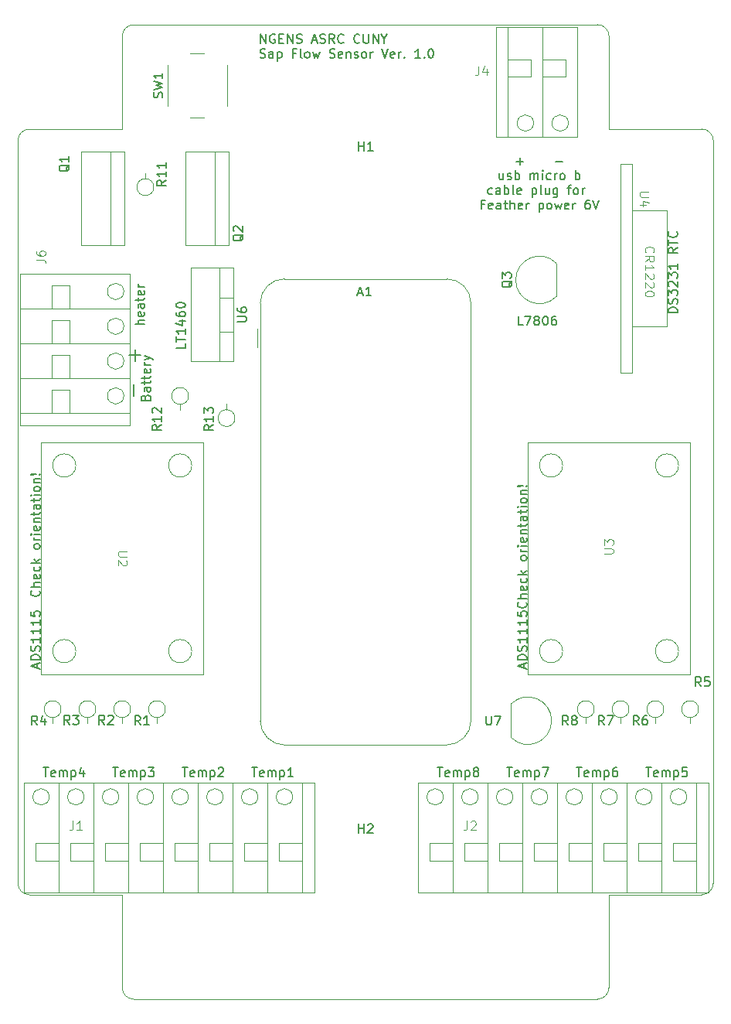
<source format=gbr>
%TF.GenerationSoftware,KiCad,Pcbnew,7.0.1-0*%
%TF.CreationDate,2023-12-13T16:09:33-05:00*%
%TF.ProjectId,Untitled,556e7469-746c-4656-942e-6b696361645f,rev?*%
%TF.SameCoordinates,Original*%
%TF.FileFunction,Legend,Top*%
%TF.FilePolarity,Positive*%
%FSLAX46Y46*%
G04 Gerber Fmt 4.6, Leading zero omitted, Abs format (unit mm)*
G04 Created by KiCad (PCBNEW 7.0.1-0) date 2023-12-13 16:09:33*
%MOMM*%
%LPD*%
G01*
G04 APERTURE LIST*
%ADD10C,0.150000*%
%ADD11C,0.100000*%
%ADD12C,0.152400*%
%ADD13C,0.120000*%
%TA.AperFunction,Profile*%
%ADD14C,0.100000*%
%TD*%
G04 APERTURE END LIST*
D10*
X62992000Y-85725000D02*
X61722000Y-85725000D01*
X62230000Y-90170000D02*
X62230000Y-88900000D01*
X62357000Y-85090000D02*
X62357000Y-86360000D01*
X59920476Y-130857619D02*
X60491904Y-130857619D01*
X60206190Y-131857619D02*
X60206190Y-130857619D01*
X61206190Y-131810000D02*
X61110952Y-131857619D01*
X61110952Y-131857619D02*
X60920476Y-131857619D01*
X60920476Y-131857619D02*
X60825238Y-131810000D01*
X60825238Y-131810000D02*
X60777619Y-131714761D01*
X60777619Y-131714761D02*
X60777619Y-131333809D01*
X60777619Y-131333809D02*
X60825238Y-131238571D01*
X60825238Y-131238571D02*
X60920476Y-131190952D01*
X60920476Y-131190952D02*
X61110952Y-131190952D01*
X61110952Y-131190952D02*
X61206190Y-131238571D01*
X61206190Y-131238571D02*
X61253809Y-131333809D01*
X61253809Y-131333809D02*
X61253809Y-131429047D01*
X61253809Y-131429047D02*
X60777619Y-131524285D01*
X61682381Y-131857619D02*
X61682381Y-131190952D01*
X61682381Y-131286190D02*
X61730000Y-131238571D01*
X61730000Y-131238571D02*
X61825238Y-131190952D01*
X61825238Y-131190952D02*
X61968095Y-131190952D01*
X61968095Y-131190952D02*
X62063333Y-131238571D01*
X62063333Y-131238571D02*
X62110952Y-131333809D01*
X62110952Y-131333809D02*
X62110952Y-131857619D01*
X62110952Y-131333809D02*
X62158571Y-131238571D01*
X62158571Y-131238571D02*
X62253809Y-131190952D01*
X62253809Y-131190952D02*
X62396666Y-131190952D01*
X62396666Y-131190952D02*
X62491905Y-131238571D01*
X62491905Y-131238571D02*
X62539524Y-131333809D01*
X62539524Y-131333809D02*
X62539524Y-131857619D01*
X63015714Y-131190952D02*
X63015714Y-132190952D01*
X63015714Y-131238571D02*
X63110952Y-131190952D01*
X63110952Y-131190952D02*
X63301428Y-131190952D01*
X63301428Y-131190952D02*
X63396666Y-131238571D01*
X63396666Y-131238571D02*
X63444285Y-131286190D01*
X63444285Y-131286190D02*
X63491904Y-131381428D01*
X63491904Y-131381428D02*
X63491904Y-131667142D01*
X63491904Y-131667142D02*
X63444285Y-131762380D01*
X63444285Y-131762380D02*
X63396666Y-131810000D01*
X63396666Y-131810000D02*
X63301428Y-131857619D01*
X63301428Y-131857619D02*
X63110952Y-131857619D01*
X63110952Y-131857619D02*
X63015714Y-131810000D01*
X63825238Y-130857619D02*
X64444285Y-130857619D01*
X64444285Y-130857619D02*
X64110952Y-131238571D01*
X64110952Y-131238571D02*
X64253809Y-131238571D01*
X64253809Y-131238571D02*
X64349047Y-131286190D01*
X64349047Y-131286190D02*
X64396666Y-131333809D01*
X64396666Y-131333809D02*
X64444285Y-131429047D01*
X64444285Y-131429047D02*
X64444285Y-131667142D01*
X64444285Y-131667142D02*
X64396666Y-131762380D01*
X64396666Y-131762380D02*
X64349047Y-131810000D01*
X64349047Y-131810000D02*
X64253809Y-131857619D01*
X64253809Y-131857619D02*
X63968095Y-131857619D01*
X63968095Y-131857619D02*
X63872857Y-131810000D01*
X63872857Y-131810000D02*
X63825238Y-131762380D01*
X52300476Y-130857619D02*
X52871904Y-130857619D01*
X52586190Y-131857619D02*
X52586190Y-130857619D01*
X53586190Y-131810000D02*
X53490952Y-131857619D01*
X53490952Y-131857619D02*
X53300476Y-131857619D01*
X53300476Y-131857619D02*
X53205238Y-131810000D01*
X53205238Y-131810000D02*
X53157619Y-131714761D01*
X53157619Y-131714761D02*
X53157619Y-131333809D01*
X53157619Y-131333809D02*
X53205238Y-131238571D01*
X53205238Y-131238571D02*
X53300476Y-131190952D01*
X53300476Y-131190952D02*
X53490952Y-131190952D01*
X53490952Y-131190952D02*
X53586190Y-131238571D01*
X53586190Y-131238571D02*
X53633809Y-131333809D01*
X53633809Y-131333809D02*
X53633809Y-131429047D01*
X53633809Y-131429047D02*
X53157619Y-131524285D01*
X54062381Y-131857619D02*
X54062381Y-131190952D01*
X54062381Y-131286190D02*
X54110000Y-131238571D01*
X54110000Y-131238571D02*
X54205238Y-131190952D01*
X54205238Y-131190952D02*
X54348095Y-131190952D01*
X54348095Y-131190952D02*
X54443333Y-131238571D01*
X54443333Y-131238571D02*
X54490952Y-131333809D01*
X54490952Y-131333809D02*
X54490952Y-131857619D01*
X54490952Y-131333809D02*
X54538571Y-131238571D01*
X54538571Y-131238571D02*
X54633809Y-131190952D01*
X54633809Y-131190952D02*
X54776666Y-131190952D01*
X54776666Y-131190952D02*
X54871905Y-131238571D01*
X54871905Y-131238571D02*
X54919524Y-131333809D01*
X54919524Y-131333809D02*
X54919524Y-131857619D01*
X55395714Y-131190952D02*
X55395714Y-132190952D01*
X55395714Y-131238571D02*
X55490952Y-131190952D01*
X55490952Y-131190952D02*
X55681428Y-131190952D01*
X55681428Y-131190952D02*
X55776666Y-131238571D01*
X55776666Y-131238571D02*
X55824285Y-131286190D01*
X55824285Y-131286190D02*
X55871904Y-131381428D01*
X55871904Y-131381428D02*
X55871904Y-131667142D01*
X55871904Y-131667142D02*
X55824285Y-131762380D01*
X55824285Y-131762380D02*
X55776666Y-131810000D01*
X55776666Y-131810000D02*
X55681428Y-131857619D01*
X55681428Y-131857619D02*
X55490952Y-131857619D01*
X55490952Y-131857619D02*
X55395714Y-131810000D01*
X56729047Y-131190952D02*
X56729047Y-131857619D01*
X56490952Y-130810000D02*
X56252857Y-131524285D01*
X56252857Y-131524285D02*
X56871904Y-131524285D01*
X63515809Y-90336429D02*
X63563428Y-90193572D01*
X63563428Y-90193572D02*
X63611047Y-90145953D01*
X63611047Y-90145953D02*
X63706285Y-90098334D01*
X63706285Y-90098334D02*
X63849142Y-90098334D01*
X63849142Y-90098334D02*
X63944380Y-90145953D01*
X63944380Y-90145953D02*
X63992000Y-90193572D01*
X63992000Y-90193572D02*
X64039619Y-90288810D01*
X64039619Y-90288810D02*
X64039619Y-90669762D01*
X64039619Y-90669762D02*
X63039619Y-90669762D01*
X63039619Y-90669762D02*
X63039619Y-90336429D01*
X63039619Y-90336429D02*
X63087238Y-90241191D01*
X63087238Y-90241191D02*
X63134857Y-90193572D01*
X63134857Y-90193572D02*
X63230095Y-90145953D01*
X63230095Y-90145953D02*
X63325333Y-90145953D01*
X63325333Y-90145953D02*
X63420571Y-90193572D01*
X63420571Y-90193572D02*
X63468190Y-90241191D01*
X63468190Y-90241191D02*
X63515809Y-90336429D01*
X63515809Y-90336429D02*
X63515809Y-90669762D01*
X64039619Y-89241191D02*
X63515809Y-89241191D01*
X63515809Y-89241191D02*
X63420571Y-89288810D01*
X63420571Y-89288810D02*
X63372952Y-89384048D01*
X63372952Y-89384048D02*
X63372952Y-89574524D01*
X63372952Y-89574524D02*
X63420571Y-89669762D01*
X63992000Y-89241191D02*
X64039619Y-89336429D01*
X64039619Y-89336429D02*
X64039619Y-89574524D01*
X64039619Y-89574524D02*
X63992000Y-89669762D01*
X63992000Y-89669762D02*
X63896761Y-89717381D01*
X63896761Y-89717381D02*
X63801523Y-89717381D01*
X63801523Y-89717381D02*
X63706285Y-89669762D01*
X63706285Y-89669762D02*
X63658666Y-89574524D01*
X63658666Y-89574524D02*
X63658666Y-89336429D01*
X63658666Y-89336429D02*
X63611047Y-89241191D01*
X63372952Y-88907857D02*
X63372952Y-88526905D01*
X63039619Y-88765000D02*
X63896761Y-88765000D01*
X63896761Y-88765000D02*
X63992000Y-88717381D01*
X63992000Y-88717381D02*
X64039619Y-88622143D01*
X64039619Y-88622143D02*
X64039619Y-88526905D01*
X63372952Y-88336428D02*
X63372952Y-87955476D01*
X63039619Y-88193571D02*
X63896761Y-88193571D01*
X63896761Y-88193571D02*
X63992000Y-88145952D01*
X63992000Y-88145952D02*
X64039619Y-88050714D01*
X64039619Y-88050714D02*
X64039619Y-87955476D01*
X63992000Y-87241190D02*
X64039619Y-87336428D01*
X64039619Y-87336428D02*
X64039619Y-87526904D01*
X64039619Y-87526904D02*
X63992000Y-87622142D01*
X63992000Y-87622142D02*
X63896761Y-87669761D01*
X63896761Y-87669761D02*
X63515809Y-87669761D01*
X63515809Y-87669761D02*
X63420571Y-87622142D01*
X63420571Y-87622142D02*
X63372952Y-87526904D01*
X63372952Y-87526904D02*
X63372952Y-87336428D01*
X63372952Y-87336428D02*
X63420571Y-87241190D01*
X63420571Y-87241190D02*
X63515809Y-87193571D01*
X63515809Y-87193571D02*
X63611047Y-87193571D01*
X63611047Y-87193571D02*
X63706285Y-87669761D01*
X64039619Y-86764999D02*
X63372952Y-86764999D01*
X63563428Y-86764999D02*
X63468190Y-86717380D01*
X63468190Y-86717380D02*
X63420571Y-86669761D01*
X63420571Y-86669761D02*
X63372952Y-86574523D01*
X63372952Y-86574523D02*
X63372952Y-86479285D01*
X63372952Y-86241189D02*
X64039619Y-86003094D01*
X63372952Y-85764999D02*
X64039619Y-86003094D01*
X64039619Y-86003094D02*
X64277714Y-86098332D01*
X64277714Y-86098332D02*
X64325333Y-86145951D01*
X64325333Y-86145951D02*
X64372952Y-86241189D01*
X103100476Y-130857619D02*
X103671904Y-130857619D01*
X103386190Y-131857619D02*
X103386190Y-130857619D01*
X104386190Y-131810000D02*
X104290952Y-131857619D01*
X104290952Y-131857619D02*
X104100476Y-131857619D01*
X104100476Y-131857619D02*
X104005238Y-131810000D01*
X104005238Y-131810000D02*
X103957619Y-131714761D01*
X103957619Y-131714761D02*
X103957619Y-131333809D01*
X103957619Y-131333809D02*
X104005238Y-131238571D01*
X104005238Y-131238571D02*
X104100476Y-131190952D01*
X104100476Y-131190952D02*
X104290952Y-131190952D01*
X104290952Y-131190952D02*
X104386190Y-131238571D01*
X104386190Y-131238571D02*
X104433809Y-131333809D01*
X104433809Y-131333809D02*
X104433809Y-131429047D01*
X104433809Y-131429047D02*
X103957619Y-131524285D01*
X104862381Y-131857619D02*
X104862381Y-131190952D01*
X104862381Y-131286190D02*
X104910000Y-131238571D01*
X104910000Y-131238571D02*
X105005238Y-131190952D01*
X105005238Y-131190952D02*
X105148095Y-131190952D01*
X105148095Y-131190952D02*
X105243333Y-131238571D01*
X105243333Y-131238571D02*
X105290952Y-131333809D01*
X105290952Y-131333809D02*
X105290952Y-131857619D01*
X105290952Y-131333809D02*
X105338571Y-131238571D01*
X105338571Y-131238571D02*
X105433809Y-131190952D01*
X105433809Y-131190952D02*
X105576666Y-131190952D01*
X105576666Y-131190952D02*
X105671905Y-131238571D01*
X105671905Y-131238571D02*
X105719524Y-131333809D01*
X105719524Y-131333809D02*
X105719524Y-131857619D01*
X106195714Y-131190952D02*
X106195714Y-132190952D01*
X106195714Y-131238571D02*
X106290952Y-131190952D01*
X106290952Y-131190952D02*
X106481428Y-131190952D01*
X106481428Y-131190952D02*
X106576666Y-131238571D01*
X106576666Y-131238571D02*
X106624285Y-131286190D01*
X106624285Y-131286190D02*
X106671904Y-131381428D01*
X106671904Y-131381428D02*
X106671904Y-131667142D01*
X106671904Y-131667142D02*
X106624285Y-131762380D01*
X106624285Y-131762380D02*
X106576666Y-131810000D01*
X106576666Y-131810000D02*
X106481428Y-131857619D01*
X106481428Y-131857619D02*
X106290952Y-131857619D01*
X106290952Y-131857619D02*
X106195714Y-131810000D01*
X107005238Y-130857619D02*
X107671904Y-130857619D01*
X107671904Y-130857619D02*
X107243333Y-131857619D01*
X95480476Y-130857619D02*
X96051904Y-130857619D01*
X95766190Y-131857619D02*
X95766190Y-130857619D01*
X96766190Y-131810000D02*
X96670952Y-131857619D01*
X96670952Y-131857619D02*
X96480476Y-131857619D01*
X96480476Y-131857619D02*
X96385238Y-131810000D01*
X96385238Y-131810000D02*
X96337619Y-131714761D01*
X96337619Y-131714761D02*
X96337619Y-131333809D01*
X96337619Y-131333809D02*
X96385238Y-131238571D01*
X96385238Y-131238571D02*
X96480476Y-131190952D01*
X96480476Y-131190952D02*
X96670952Y-131190952D01*
X96670952Y-131190952D02*
X96766190Y-131238571D01*
X96766190Y-131238571D02*
X96813809Y-131333809D01*
X96813809Y-131333809D02*
X96813809Y-131429047D01*
X96813809Y-131429047D02*
X96337619Y-131524285D01*
X97242381Y-131857619D02*
X97242381Y-131190952D01*
X97242381Y-131286190D02*
X97290000Y-131238571D01*
X97290000Y-131238571D02*
X97385238Y-131190952D01*
X97385238Y-131190952D02*
X97528095Y-131190952D01*
X97528095Y-131190952D02*
X97623333Y-131238571D01*
X97623333Y-131238571D02*
X97670952Y-131333809D01*
X97670952Y-131333809D02*
X97670952Y-131857619D01*
X97670952Y-131333809D02*
X97718571Y-131238571D01*
X97718571Y-131238571D02*
X97813809Y-131190952D01*
X97813809Y-131190952D02*
X97956666Y-131190952D01*
X97956666Y-131190952D02*
X98051905Y-131238571D01*
X98051905Y-131238571D02*
X98099524Y-131333809D01*
X98099524Y-131333809D02*
X98099524Y-131857619D01*
X98575714Y-131190952D02*
X98575714Y-132190952D01*
X98575714Y-131238571D02*
X98670952Y-131190952D01*
X98670952Y-131190952D02*
X98861428Y-131190952D01*
X98861428Y-131190952D02*
X98956666Y-131238571D01*
X98956666Y-131238571D02*
X99004285Y-131286190D01*
X99004285Y-131286190D02*
X99051904Y-131381428D01*
X99051904Y-131381428D02*
X99051904Y-131667142D01*
X99051904Y-131667142D02*
X99004285Y-131762380D01*
X99004285Y-131762380D02*
X98956666Y-131810000D01*
X98956666Y-131810000D02*
X98861428Y-131857619D01*
X98861428Y-131857619D02*
X98670952Y-131857619D01*
X98670952Y-131857619D02*
X98575714Y-131810000D01*
X99623333Y-131286190D02*
X99528095Y-131238571D01*
X99528095Y-131238571D02*
X99480476Y-131190952D01*
X99480476Y-131190952D02*
X99432857Y-131095714D01*
X99432857Y-131095714D02*
X99432857Y-131048095D01*
X99432857Y-131048095D02*
X99480476Y-130952857D01*
X99480476Y-130952857D02*
X99528095Y-130905238D01*
X99528095Y-130905238D02*
X99623333Y-130857619D01*
X99623333Y-130857619D02*
X99813809Y-130857619D01*
X99813809Y-130857619D02*
X99909047Y-130905238D01*
X99909047Y-130905238D02*
X99956666Y-130952857D01*
X99956666Y-130952857D02*
X100004285Y-131048095D01*
X100004285Y-131048095D02*
X100004285Y-131095714D01*
X100004285Y-131095714D02*
X99956666Y-131190952D01*
X99956666Y-131190952D02*
X99909047Y-131238571D01*
X99909047Y-131238571D02*
X99813809Y-131286190D01*
X99813809Y-131286190D02*
X99623333Y-131286190D01*
X99623333Y-131286190D02*
X99528095Y-131333809D01*
X99528095Y-131333809D02*
X99480476Y-131381428D01*
X99480476Y-131381428D02*
X99432857Y-131476666D01*
X99432857Y-131476666D02*
X99432857Y-131667142D01*
X99432857Y-131667142D02*
X99480476Y-131762380D01*
X99480476Y-131762380D02*
X99528095Y-131810000D01*
X99528095Y-131810000D02*
X99623333Y-131857619D01*
X99623333Y-131857619D02*
X99813809Y-131857619D01*
X99813809Y-131857619D02*
X99909047Y-131810000D01*
X99909047Y-131810000D02*
X99956666Y-131762380D01*
X99956666Y-131762380D02*
X100004285Y-131667142D01*
X100004285Y-131667142D02*
X100004285Y-131476666D01*
X100004285Y-131476666D02*
X99956666Y-131381428D01*
X99956666Y-131381428D02*
X99909047Y-131333809D01*
X99909047Y-131333809D02*
X99813809Y-131286190D01*
X75160476Y-130857619D02*
X75731904Y-130857619D01*
X75446190Y-131857619D02*
X75446190Y-130857619D01*
X76446190Y-131810000D02*
X76350952Y-131857619D01*
X76350952Y-131857619D02*
X76160476Y-131857619D01*
X76160476Y-131857619D02*
X76065238Y-131810000D01*
X76065238Y-131810000D02*
X76017619Y-131714761D01*
X76017619Y-131714761D02*
X76017619Y-131333809D01*
X76017619Y-131333809D02*
X76065238Y-131238571D01*
X76065238Y-131238571D02*
X76160476Y-131190952D01*
X76160476Y-131190952D02*
X76350952Y-131190952D01*
X76350952Y-131190952D02*
X76446190Y-131238571D01*
X76446190Y-131238571D02*
X76493809Y-131333809D01*
X76493809Y-131333809D02*
X76493809Y-131429047D01*
X76493809Y-131429047D02*
X76017619Y-131524285D01*
X76922381Y-131857619D02*
X76922381Y-131190952D01*
X76922381Y-131286190D02*
X76970000Y-131238571D01*
X76970000Y-131238571D02*
X77065238Y-131190952D01*
X77065238Y-131190952D02*
X77208095Y-131190952D01*
X77208095Y-131190952D02*
X77303333Y-131238571D01*
X77303333Y-131238571D02*
X77350952Y-131333809D01*
X77350952Y-131333809D02*
X77350952Y-131857619D01*
X77350952Y-131333809D02*
X77398571Y-131238571D01*
X77398571Y-131238571D02*
X77493809Y-131190952D01*
X77493809Y-131190952D02*
X77636666Y-131190952D01*
X77636666Y-131190952D02*
X77731905Y-131238571D01*
X77731905Y-131238571D02*
X77779524Y-131333809D01*
X77779524Y-131333809D02*
X77779524Y-131857619D01*
X78255714Y-131190952D02*
X78255714Y-132190952D01*
X78255714Y-131238571D02*
X78350952Y-131190952D01*
X78350952Y-131190952D02*
X78541428Y-131190952D01*
X78541428Y-131190952D02*
X78636666Y-131238571D01*
X78636666Y-131238571D02*
X78684285Y-131286190D01*
X78684285Y-131286190D02*
X78731904Y-131381428D01*
X78731904Y-131381428D02*
X78731904Y-131667142D01*
X78731904Y-131667142D02*
X78684285Y-131762380D01*
X78684285Y-131762380D02*
X78636666Y-131810000D01*
X78636666Y-131810000D02*
X78541428Y-131857619D01*
X78541428Y-131857619D02*
X78350952Y-131857619D01*
X78350952Y-131857619D02*
X78255714Y-131810000D01*
X79684285Y-131857619D02*
X79112857Y-131857619D01*
X79398571Y-131857619D02*
X79398571Y-130857619D01*
X79398571Y-130857619D02*
X79303333Y-131000476D01*
X79303333Y-131000476D02*
X79208095Y-131095714D01*
X79208095Y-131095714D02*
X79112857Y-131143333D01*
X105192380Y-112751429D02*
X105240000Y-112799048D01*
X105240000Y-112799048D02*
X105287619Y-112941905D01*
X105287619Y-112941905D02*
X105287619Y-113037143D01*
X105287619Y-113037143D02*
X105240000Y-113180000D01*
X105240000Y-113180000D02*
X105144761Y-113275238D01*
X105144761Y-113275238D02*
X105049523Y-113322857D01*
X105049523Y-113322857D02*
X104859047Y-113370476D01*
X104859047Y-113370476D02*
X104716190Y-113370476D01*
X104716190Y-113370476D02*
X104525714Y-113322857D01*
X104525714Y-113322857D02*
X104430476Y-113275238D01*
X104430476Y-113275238D02*
X104335238Y-113180000D01*
X104335238Y-113180000D02*
X104287619Y-113037143D01*
X104287619Y-113037143D02*
X104287619Y-112941905D01*
X104287619Y-112941905D02*
X104335238Y-112799048D01*
X104335238Y-112799048D02*
X104382857Y-112751429D01*
X105287619Y-112322857D02*
X104287619Y-112322857D01*
X105287619Y-111894286D02*
X104763809Y-111894286D01*
X104763809Y-111894286D02*
X104668571Y-111941905D01*
X104668571Y-111941905D02*
X104620952Y-112037143D01*
X104620952Y-112037143D02*
X104620952Y-112180000D01*
X104620952Y-112180000D02*
X104668571Y-112275238D01*
X104668571Y-112275238D02*
X104716190Y-112322857D01*
X105240000Y-111037143D02*
X105287619Y-111132381D01*
X105287619Y-111132381D02*
X105287619Y-111322857D01*
X105287619Y-111322857D02*
X105240000Y-111418095D01*
X105240000Y-111418095D02*
X105144761Y-111465714D01*
X105144761Y-111465714D02*
X104763809Y-111465714D01*
X104763809Y-111465714D02*
X104668571Y-111418095D01*
X104668571Y-111418095D02*
X104620952Y-111322857D01*
X104620952Y-111322857D02*
X104620952Y-111132381D01*
X104620952Y-111132381D02*
X104668571Y-111037143D01*
X104668571Y-111037143D02*
X104763809Y-110989524D01*
X104763809Y-110989524D02*
X104859047Y-110989524D01*
X104859047Y-110989524D02*
X104954285Y-111465714D01*
X105240000Y-110132381D02*
X105287619Y-110227619D01*
X105287619Y-110227619D02*
X105287619Y-110418095D01*
X105287619Y-110418095D02*
X105240000Y-110513333D01*
X105240000Y-110513333D02*
X105192380Y-110560952D01*
X105192380Y-110560952D02*
X105097142Y-110608571D01*
X105097142Y-110608571D02*
X104811428Y-110608571D01*
X104811428Y-110608571D02*
X104716190Y-110560952D01*
X104716190Y-110560952D02*
X104668571Y-110513333D01*
X104668571Y-110513333D02*
X104620952Y-110418095D01*
X104620952Y-110418095D02*
X104620952Y-110227619D01*
X104620952Y-110227619D02*
X104668571Y-110132381D01*
X105287619Y-109703809D02*
X104287619Y-109703809D01*
X104906666Y-109608571D02*
X105287619Y-109322857D01*
X104620952Y-109322857D02*
X105001904Y-109703809D01*
X105287619Y-107989523D02*
X105240000Y-108084761D01*
X105240000Y-108084761D02*
X105192380Y-108132380D01*
X105192380Y-108132380D02*
X105097142Y-108179999D01*
X105097142Y-108179999D02*
X104811428Y-108179999D01*
X104811428Y-108179999D02*
X104716190Y-108132380D01*
X104716190Y-108132380D02*
X104668571Y-108084761D01*
X104668571Y-108084761D02*
X104620952Y-107989523D01*
X104620952Y-107989523D02*
X104620952Y-107846666D01*
X104620952Y-107846666D02*
X104668571Y-107751428D01*
X104668571Y-107751428D02*
X104716190Y-107703809D01*
X104716190Y-107703809D02*
X104811428Y-107656190D01*
X104811428Y-107656190D02*
X105097142Y-107656190D01*
X105097142Y-107656190D02*
X105192380Y-107703809D01*
X105192380Y-107703809D02*
X105240000Y-107751428D01*
X105240000Y-107751428D02*
X105287619Y-107846666D01*
X105287619Y-107846666D02*
X105287619Y-107989523D01*
X105287619Y-107227618D02*
X104620952Y-107227618D01*
X104811428Y-107227618D02*
X104716190Y-107179999D01*
X104716190Y-107179999D02*
X104668571Y-107132380D01*
X104668571Y-107132380D02*
X104620952Y-107037142D01*
X104620952Y-107037142D02*
X104620952Y-106941904D01*
X105287619Y-106608570D02*
X104620952Y-106608570D01*
X104287619Y-106608570D02*
X104335238Y-106656189D01*
X104335238Y-106656189D02*
X104382857Y-106608570D01*
X104382857Y-106608570D02*
X104335238Y-106560951D01*
X104335238Y-106560951D02*
X104287619Y-106608570D01*
X104287619Y-106608570D02*
X104382857Y-106608570D01*
X105240000Y-105751428D02*
X105287619Y-105846666D01*
X105287619Y-105846666D02*
X105287619Y-106037142D01*
X105287619Y-106037142D02*
X105240000Y-106132380D01*
X105240000Y-106132380D02*
X105144761Y-106179999D01*
X105144761Y-106179999D02*
X104763809Y-106179999D01*
X104763809Y-106179999D02*
X104668571Y-106132380D01*
X104668571Y-106132380D02*
X104620952Y-106037142D01*
X104620952Y-106037142D02*
X104620952Y-105846666D01*
X104620952Y-105846666D02*
X104668571Y-105751428D01*
X104668571Y-105751428D02*
X104763809Y-105703809D01*
X104763809Y-105703809D02*
X104859047Y-105703809D01*
X104859047Y-105703809D02*
X104954285Y-106179999D01*
X104620952Y-105275237D02*
X105287619Y-105275237D01*
X104716190Y-105275237D02*
X104668571Y-105227618D01*
X104668571Y-105227618D02*
X104620952Y-105132380D01*
X104620952Y-105132380D02*
X104620952Y-104989523D01*
X104620952Y-104989523D02*
X104668571Y-104894285D01*
X104668571Y-104894285D02*
X104763809Y-104846666D01*
X104763809Y-104846666D02*
X105287619Y-104846666D01*
X104620952Y-104513332D02*
X104620952Y-104132380D01*
X104287619Y-104370475D02*
X105144761Y-104370475D01*
X105144761Y-104370475D02*
X105240000Y-104322856D01*
X105240000Y-104322856D02*
X105287619Y-104227618D01*
X105287619Y-104227618D02*
X105287619Y-104132380D01*
X105287619Y-103370475D02*
X104763809Y-103370475D01*
X104763809Y-103370475D02*
X104668571Y-103418094D01*
X104668571Y-103418094D02*
X104620952Y-103513332D01*
X104620952Y-103513332D02*
X104620952Y-103703808D01*
X104620952Y-103703808D02*
X104668571Y-103799046D01*
X105240000Y-103370475D02*
X105287619Y-103465713D01*
X105287619Y-103465713D02*
X105287619Y-103703808D01*
X105287619Y-103703808D02*
X105240000Y-103799046D01*
X105240000Y-103799046D02*
X105144761Y-103846665D01*
X105144761Y-103846665D02*
X105049523Y-103846665D01*
X105049523Y-103846665D02*
X104954285Y-103799046D01*
X104954285Y-103799046D02*
X104906666Y-103703808D01*
X104906666Y-103703808D02*
X104906666Y-103465713D01*
X104906666Y-103465713D02*
X104859047Y-103370475D01*
X104620952Y-103037141D02*
X104620952Y-102656189D01*
X104287619Y-102894284D02*
X105144761Y-102894284D01*
X105144761Y-102894284D02*
X105240000Y-102846665D01*
X105240000Y-102846665D02*
X105287619Y-102751427D01*
X105287619Y-102751427D02*
X105287619Y-102656189D01*
X105287619Y-102322855D02*
X104620952Y-102322855D01*
X104287619Y-102322855D02*
X104335238Y-102370474D01*
X104335238Y-102370474D02*
X104382857Y-102322855D01*
X104382857Y-102322855D02*
X104335238Y-102275236D01*
X104335238Y-102275236D02*
X104287619Y-102322855D01*
X104287619Y-102322855D02*
X104382857Y-102322855D01*
X105287619Y-101703808D02*
X105240000Y-101799046D01*
X105240000Y-101799046D02*
X105192380Y-101846665D01*
X105192380Y-101846665D02*
X105097142Y-101894284D01*
X105097142Y-101894284D02*
X104811428Y-101894284D01*
X104811428Y-101894284D02*
X104716190Y-101846665D01*
X104716190Y-101846665D02*
X104668571Y-101799046D01*
X104668571Y-101799046D02*
X104620952Y-101703808D01*
X104620952Y-101703808D02*
X104620952Y-101560951D01*
X104620952Y-101560951D02*
X104668571Y-101465713D01*
X104668571Y-101465713D02*
X104716190Y-101418094D01*
X104716190Y-101418094D02*
X104811428Y-101370475D01*
X104811428Y-101370475D02*
X105097142Y-101370475D01*
X105097142Y-101370475D02*
X105192380Y-101418094D01*
X105192380Y-101418094D02*
X105240000Y-101465713D01*
X105240000Y-101465713D02*
X105287619Y-101560951D01*
X105287619Y-101560951D02*
X105287619Y-101703808D01*
X104620952Y-100941903D02*
X105287619Y-100941903D01*
X104716190Y-100941903D02*
X104668571Y-100894284D01*
X104668571Y-100894284D02*
X104620952Y-100799046D01*
X104620952Y-100799046D02*
X104620952Y-100656189D01*
X104620952Y-100656189D02*
X104668571Y-100560951D01*
X104668571Y-100560951D02*
X104763809Y-100513332D01*
X104763809Y-100513332D02*
X105287619Y-100513332D01*
X105192380Y-100037141D02*
X105240000Y-99989522D01*
X105240000Y-99989522D02*
X105287619Y-100037141D01*
X105287619Y-100037141D02*
X105240000Y-100084760D01*
X105240000Y-100084760D02*
X105192380Y-100037141D01*
X105192380Y-100037141D02*
X105287619Y-100037141D01*
X104906666Y-100037141D02*
X104335238Y-100084760D01*
X104335238Y-100084760D02*
X104287619Y-100037141D01*
X104287619Y-100037141D02*
X104335238Y-99989522D01*
X104335238Y-99989522D02*
X104906666Y-100037141D01*
X104906666Y-100037141D02*
X104287619Y-100037141D01*
X110720476Y-130857619D02*
X111291904Y-130857619D01*
X111006190Y-131857619D02*
X111006190Y-130857619D01*
X112006190Y-131810000D02*
X111910952Y-131857619D01*
X111910952Y-131857619D02*
X111720476Y-131857619D01*
X111720476Y-131857619D02*
X111625238Y-131810000D01*
X111625238Y-131810000D02*
X111577619Y-131714761D01*
X111577619Y-131714761D02*
X111577619Y-131333809D01*
X111577619Y-131333809D02*
X111625238Y-131238571D01*
X111625238Y-131238571D02*
X111720476Y-131190952D01*
X111720476Y-131190952D02*
X111910952Y-131190952D01*
X111910952Y-131190952D02*
X112006190Y-131238571D01*
X112006190Y-131238571D02*
X112053809Y-131333809D01*
X112053809Y-131333809D02*
X112053809Y-131429047D01*
X112053809Y-131429047D02*
X111577619Y-131524285D01*
X112482381Y-131857619D02*
X112482381Y-131190952D01*
X112482381Y-131286190D02*
X112530000Y-131238571D01*
X112530000Y-131238571D02*
X112625238Y-131190952D01*
X112625238Y-131190952D02*
X112768095Y-131190952D01*
X112768095Y-131190952D02*
X112863333Y-131238571D01*
X112863333Y-131238571D02*
X112910952Y-131333809D01*
X112910952Y-131333809D02*
X112910952Y-131857619D01*
X112910952Y-131333809D02*
X112958571Y-131238571D01*
X112958571Y-131238571D02*
X113053809Y-131190952D01*
X113053809Y-131190952D02*
X113196666Y-131190952D01*
X113196666Y-131190952D02*
X113291905Y-131238571D01*
X113291905Y-131238571D02*
X113339524Y-131333809D01*
X113339524Y-131333809D02*
X113339524Y-131857619D01*
X113815714Y-131190952D02*
X113815714Y-132190952D01*
X113815714Y-131238571D02*
X113910952Y-131190952D01*
X113910952Y-131190952D02*
X114101428Y-131190952D01*
X114101428Y-131190952D02*
X114196666Y-131238571D01*
X114196666Y-131238571D02*
X114244285Y-131286190D01*
X114244285Y-131286190D02*
X114291904Y-131381428D01*
X114291904Y-131381428D02*
X114291904Y-131667142D01*
X114291904Y-131667142D02*
X114244285Y-131762380D01*
X114244285Y-131762380D02*
X114196666Y-131810000D01*
X114196666Y-131810000D02*
X114101428Y-131857619D01*
X114101428Y-131857619D02*
X113910952Y-131857619D01*
X113910952Y-131857619D02*
X113815714Y-131810000D01*
X115149047Y-130857619D02*
X114958571Y-130857619D01*
X114958571Y-130857619D02*
X114863333Y-130905238D01*
X114863333Y-130905238D02*
X114815714Y-130952857D01*
X114815714Y-130952857D02*
X114720476Y-131095714D01*
X114720476Y-131095714D02*
X114672857Y-131286190D01*
X114672857Y-131286190D02*
X114672857Y-131667142D01*
X114672857Y-131667142D02*
X114720476Y-131762380D01*
X114720476Y-131762380D02*
X114768095Y-131810000D01*
X114768095Y-131810000D02*
X114863333Y-131857619D01*
X114863333Y-131857619D02*
X115053809Y-131857619D01*
X115053809Y-131857619D02*
X115149047Y-131810000D01*
X115149047Y-131810000D02*
X115196666Y-131762380D01*
X115196666Y-131762380D02*
X115244285Y-131667142D01*
X115244285Y-131667142D02*
X115244285Y-131429047D01*
X115244285Y-131429047D02*
X115196666Y-131333809D01*
X115196666Y-131333809D02*
X115149047Y-131286190D01*
X115149047Y-131286190D02*
X115053809Y-131238571D01*
X115053809Y-131238571D02*
X114863333Y-131238571D01*
X114863333Y-131238571D02*
X114768095Y-131286190D01*
X114768095Y-131286190D02*
X114720476Y-131333809D01*
X114720476Y-131333809D02*
X114672857Y-131429047D01*
X63377619Y-82311904D02*
X62377619Y-82311904D01*
X63377619Y-81883333D02*
X62853809Y-81883333D01*
X62853809Y-81883333D02*
X62758571Y-81930952D01*
X62758571Y-81930952D02*
X62710952Y-82026190D01*
X62710952Y-82026190D02*
X62710952Y-82169047D01*
X62710952Y-82169047D02*
X62758571Y-82264285D01*
X62758571Y-82264285D02*
X62806190Y-82311904D01*
X63330000Y-81026190D02*
X63377619Y-81121428D01*
X63377619Y-81121428D02*
X63377619Y-81311904D01*
X63377619Y-81311904D02*
X63330000Y-81407142D01*
X63330000Y-81407142D02*
X63234761Y-81454761D01*
X63234761Y-81454761D02*
X62853809Y-81454761D01*
X62853809Y-81454761D02*
X62758571Y-81407142D01*
X62758571Y-81407142D02*
X62710952Y-81311904D01*
X62710952Y-81311904D02*
X62710952Y-81121428D01*
X62710952Y-81121428D02*
X62758571Y-81026190D01*
X62758571Y-81026190D02*
X62853809Y-80978571D01*
X62853809Y-80978571D02*
X62949047Y-80978571D01*
X62949047Y-80978571D02*
X63044285Y-81454761D01*
X63377619Y-80121428D02*
X62853809Y-80121428D01*
X62853809Y-80121428D02*
X62758571Y-80169047D01*
X62758571Y-80169047D02*
X62710952Y-80264285D01*
X62710952Y-80264285D02*
X62710952Y-80454761D01*
X62710952Y-80454761D02*
X62758571Y-80549999D01*
X63330000Y-80121428D02*
X63377619Y-80216666D01*
X63377619Y-80216666D02*
X63377619Y-80454761D01*
X63377619Y-80454761D02*
X63330000Y-80549999D01*
X63330000Y-80549999D02*
X63234761Y-80597618D01*
X63234761Y-80597618D02*
X63139523Y-80597618D01*
X63139523Y-80597618D02*
X63044285Y-80549999D01*
X63044285Y-80549999D02*
X62996666Y-80454761D01*
X62996666Y-80454761D02*
X62996666Y-80216666D01*
X62996666Y-80216666D02*
X62949047Y-80121428D01*
X62710952Y-79788094D02*
X62710952Y-79407142D01*
X62377619Y-79645237D02*
X63234761Y-79645237D01*
X63234761Y-79645237D02*
X63330000Y-79597618D01*
X63330000Y-79597618D02*
X63377619Y-79502380D01*
X63377619Y-79502380D02*
X63377619Y-79407142D01*
X63330000Y-78692856D02*
X63377619Y-78788094D01*
X63377619Y-78788094D02*
X63377619Y-78978570D01*
X63377619Y-78978570D02*
X63330000Y-79073808D01*
X63330000Y-79073808D02*
X63234761Y-79121427D01*
X63234761Y-79121427D02*
X62853809Y-79121427D01*
X62853809Y-79121427D02*
X62758571Y-79073808D01*
X62758571Y-79073808D02*
X62710952Y-78978570D01*
X62710952Y-78978570D02*
X62710952Y-78788094D01*
X62710952Y-78788094D02*
X62758571Y-78692856D01*
X62758571Y-78692856D02*
X62853809Y-78645237D01*
X62853809Y-78645237D02*
X62949047Y-78645237D01*
X62949047Y-78645237D02*
X63044285Y-79121427D01*
X63377619Y-78216665D02*
X62710952Y-78216665D01*
X62901428Y-78216665D02*
X62806190Y-78169046D01*
X62806190Y-78169046D02*
X62758571Y-78121427D01*
X62758571Y-78121427D02*
X62710952Y-78026189D01*
X62710952Y-78026189D02*
X62710952Y-77930951D01*
X104854285Y-82427619D02*
X104378095Y-82427619D01*
X104378095Y-82427619D02*
X104378095Y-81427619D01*
X105092381Y-81427619D02*
X105759047Y-81427619D01*
X105759047Y-81427619D02*
X105330476Y-82427619D01*
X106282857Y-81856190D02*
X106187619Y-81808571D01*
X106187619Y-81808571D02*
X106140000Y-81760952D01*
X106140000Y-81760952D02*
X106092381Y-81665714D01*
X106092381Y-81665714D02*
X106092381Y-81618095D01*
X106092381Y-81618095D02*
X106140000Y-81522857D01*
X106140000Y-81522857D02*
X106187619Y-81475238D01*
X106187619Y-81475238D02*
X106282857Y-81427619D01*
X106282857Y-81427619D02*
X106473333Y-81427619D01*
X106473333Y-81427619D02*
X106568571Y-81475238D01*
X106568571Y-81475238D02*
X106616190Y-81522857D01*
X106616190Y-81522857D02*
X106663809Y-81618095D01*
X106663809Y-81618095D02*
X106663809Y-81665714D01*
X106663809Y-81665714D02*
X106616190Y-81760952D01*
X106616190Y-81760952D02*
X106568571Y-81808571D01*
X106568571Y-81808571D02*
X106473333Y-81856190D01*
X106473333Y-81856190D02*
X106282857Y-81856190D01*
X106282857Y-81856190D02*
X106187619Y-81903809D01*
X106187619Y-81903809D02*
X106140000Y-81951428D01*
X106140000Y-81951428D02*
X106092381Y-82046666D01*
X106092381Y-82046666D02*
X106092381Y-82237142D01*
X106092381Y-82237142D02*
X106140000Y-82332380D01*
X106140000Y-82332380D02*
X106187619Y-82380000D01*
X106187619Y-82380000D02*
X106282857Y-82427619D01*
X106282857Y-82427619D02*
X106473333Y-82427619D01*
X106473333Y-82427619D02*
X106568571Y-82380000D01*
X106568571Y-82380000D02*
X106616190Y-82332380D01*
X106616190Y-82332380D02*
X106663809Y-82237142D01*
X106663809Y-82237142D02*
X106663809Y-82046666D01*
X106663809Y-82046666D02*
X106616190Y-81951428D01*
X106616190Y-81951428D02*
X106568571Y-81903809D01*
X106568571Y-81903809D02*
X106473333Y-81856190D01*
X107282857Y-81427619D02*
X107378095Y-81427619D01*
X107378095Y-81427619D02*
X107473333Y-81475238D01*
X107473333Y-81475238D02*
X107520952Y-81522857D01*
X107520952Y-81522857D02*
X107568571Y-81618095D01*
X107568571Y-81618095D02*
X107616190Y-81808571D01*
X107616190Y-81808571D02*
X107616190Y-82046666D01*
X107616190Y-82046666D02*
X107568571Y-82237142D01*
X107568571Y-82237142D02*
X107520952Y-82332380D01*
X107520952Y-82332380D02*
X107473333Y-82380000D01*
X107473333Y-82380000D02*
X107378095Y-82427619D01*
X107378095Y-82427619D02*
X107282857Y-82427619D01*
X107282857Y-82427619D02*
X107187619Y-82380000D01*
X107187619Y-82380000D02*
X107140000Y-82332380D01*
X107140000Y-82332380D02*
X107092381Y-82237142D01*
X107092381Y-82237142D02*
X107044762Y-82046666D01*
X107044762Y-82046666D02*
X107044762Y-81808571D01*
X107044762Y-81808571D02*
X107092381Y-81618095D01*
X107092381Y-81618095D02*
X107140000Y-81522857D01*
X107140000Y-81522857D02*
X107187619Y-81475238D01*
X107187619Y-81475238D02*
X107282857Y-81427619D01*
X108473333Y-81427619D02*
X108282857Y-81427619D01*
X108282857Y-81427619D02*
X108187619Y-81475238D01*
X108187619Y-81475238D02*
X108140000Y-81522857D01*
X108140000Y-81522857D02*
X108044762Y-81665714D01*
X108044762Y-81665714D02*
X107997143Y-81856190D01*
X107997143Y-81856190D02*
X107997143Y-82237142D01*
X107997143Y-82237142D02*
X108044762Y-82332380D01*
X108044762Y-82332380D02*
X108092381Y-82380000D01*
X108092381Y-82380000D02*
X108187619Y-82427619D01*
X108187619Y-82427619D02*
X108378095Y-82427619D01*
X108378095Y-82427619D02*
X108473333Y-82380000D01*
X108473333Y-82380000D02*
X108520952Y-82332380D01*
X108520952Y-82332380D02*
X108568571Y-82237142D01*
X108568571Y-82237142D02*
X108568571Y-81999047D01*
X108568571Y-81999047D02*
X108520952Y-81903809D01*
X108520952Y-81903809D02*
X108473333Y-81856190D01*
X108473333Y-81856190D02*
X108378095Y-81808571D01*
X108378095Y-81808571D02*
X108187619Y-81808571D01*
X108187619Y-81808571D02*
X108092381Y-81856190D01*
X108092381Y-81856190D02*
X108044762Y-81903809D01*
X108044762Y-81903809D02*
X107997143Y-81999047D01*
X51852380Y-111481429D02*
X51900000Y-111529048D01*
X51900000Y-111529048D02*
X51947619Y-111671905D01*
X51947619Y-111671905D02*
X51947619Y-111767143D01*
X51947619Y-111767143D02*
X51900000Y-111910000D01*
X51900000Y-111910000D02*
X51804761Y-112005238D01*
X51804761Y-112005238D02*
X51709523Y-112052857D01*
X51709523Y-112052857D02*
X51519047Y-112100476D01*
X51519047Y-112100476D02*
X51376190Y-112100476D01*
X51376190Y-112100476D02*
X51185714Y-112052857D01*
X51185714Y-112052857D02*
X51090476Y-112005238D01*
X51090476Y-112005238D02*
X50995238Y-111910000D01*
X50995238Y-111910000D02*
X50947619Y-111767143D01*
X50947619Y-111767143D02*
X50947619Y-111671905D01*
X50947619Y-111671905D02*
X50995238Y-111529048D01*
X50995238Y-111529048D02*
X51042857Y-111481429D01*
X51947619Y-111052857D02*
X50947619Y-111052857D01*
X51947619Y-110624286D02*
X51423809Y-110624286D01*
X51423809Y-110624286D02*
X51328571Y-110671905D01*
X51328571Y-110671905D02*
X51280952Y-110767143D01*
X51280952Y-110767143D02*
X51280952Y-110910000D01*
X51280952Y-110910000D02*
X51328571Y-111005238D01*
X51328571Y-111005238D02*
X51376190Y-111052857D01*
X51900000Y-109767143D02*
X51947619Y-109862381D01*
X51947619Y-109862381D02*
X51947619Y-110052857D01*
X51947619Y-110052857D02*
X51900000Y-110148095D01*
X51900000Y-110148095D02*
X51804761Y-110195714D01*
X51804761Y-110195714D02*
X51423809Y-110195714D01*
X51423809Y-110195714D02*
X51328571Y-110148095D01*
X51328571Y-110148095D02*
X51280952Y-110052857D01*
X51280952Y-110052857D02*
X51280952Y-109862381D01*
X51280952Y-109862381D02*
X51328571Y-109767143D01*
X51328571Y-109767143D02*
X51423809Y-109719524D01*
X51423809Y-109719524D02*
X51519047Y-109719524D01*
X51519047Y-109719524D02*
X51614285Y-110195714D01*
X51900000Y-108862381D02*
X51947619Y-108957619D01*
X51947619Y-108957619D02*
X51947619Y-109148095D01*
X51947619Y-109148095D02*
X51900000Y-109243333D01*
X51900000Y-109243333D02*
X51852380Y-109290952D01*
X51852380Y-109290952D02*
X51757142Y-109338571D01*
X51757142Y-109338571D02*
X51471428Y-109338571D01*
X51471428Y-109338571D02*
X51376190Y-109290952D01*
X51376190Y-109290952D02*
X51328571Y-109243333D01*
X51328571Y-109243333D02*
X51280952Y-109148095D01*
X51280952Y-109148095D02*
X51280952Y-108957619D01*
X51280952Y-108957619D02*
X51328571Y-108862381D01*
X51947619Y-108433809D02*
X50947619Y-108433809D01*
X51566666Y-108338571D02*
X51947619Y-108052857D01*
X51280952Y-108052857D02*
X51661904Y-108433809D01*
X51947619Y-106719523D02*
X51900000Y-106814761D01*
X51900000Y-106814761D02*
X51852380Y-106862380D01*
X51852380Y-106862380D02*
X51757142Y-106909999D01*
X51757142Y-106909999D02*
X51471428Y-106909999D01*
X51471428Y-106909999D02*
X51376190Y-106862380D01*
X51376190Y-106862380D02*
X51328571Y-106814761D01*
X51328571Y-106814761D02*
X51280952Y-106719523D01*
X51280952Y-106719523D02*
X51280952Y-106576666D01*
X51280952Y-106576666D02*
X51328571Y-106481428D01*
X51328571Y-106481428D02*
X51376190Y-106433809D01*
X51376190Y-106433809D02*
X51471428Y-106386190D01*
X51471428Y-106386190D02*
X51757142Y-106386190D01*
X51757142Y-106386190D02*
X51852380Y-106433809D01*
X51852380Y-106433809D02*
X51900000Y-106481428D01*
X51900000Y-106481428D02*
X51947619Y-106576666D01*
X51947619Y-106576666D02*
X51947619Y-106719523D01*
X51947619Y-105957618D02*
X51280952Y-105957618D01*
X51471428Y-105957618D02*
X51376190Y-105909999D01*
X51376190Y-105909999D02*
X51328571Y-105862380D01*
X51328571Y-105862380D02*
X51280952Y-105767142D01*
X51280952Y-105767142D02*
X51280952Y-105671904D01*
X51947619Y-105338570D02*
X51280952Y-105338570D01*
X50947619Y-105338570D02*
X50995238Y-105386189D01*
X50995238Y-105386189D02*
X51042857Y-105338570D01*
X51042857Y-105338570D02*
X50995238Y-105290951D01*
X50995238Y-105290951D02*
X50947619Y-105338570D01*
X50947619Y-105338570D02*
X51042857Y-105338570D01*
X51900000Y-104481428D02*
X51947619Y-104576666D01*
X51947619Y-104576666D02*
X51947619Y-104767142D01*
X51947619Y-104767142D02*
X51900000Y-104862380D01*
X51900000Y-104862380D02*
X51804761Y-104909999D01*
X51804761Y-104909999D02*
X51423809Y-104909999D01*
X51423809Y-104909999D02*
X51328571Y-104862380D01*
X51328571Y-104862380D02*
X51280952Y-104767142D01*
X51280952Y-104767142D02*
X51280952Y-104576666D01*
X51280952Y-104576666D02*
X51328571Y-104481428D01*
X51328571Y-104481428D02*
X51423809Y-104433809D01*
X51423809Y-104433809D02*
X51519047Y-104433809D01*
X51519047Y-104433809D02*
X51614285Y-104909999D01*
X51280952Y-104005237D02*
X51947619Y-104005237D01*
X51376190Y-104005237D02*
X51328571Y-103957618D01*
X51328571Y-103957618D02*
X51280952Y-103862380D01*
X51280952Y-103862380D02*
X51280952Y-103719523D01*
X51280952Y-103719523D02*
X51328571Y-103624285D01*
X51328571Y-103624285D02*
X51423809Y-103576666D01*
X51423809Y-103576666D02*
X51947619Y-103576666D01*
X51280952Y-103243332D02*
X51280952Y-102862380D01*
X50947619Y-103100475D02*
X51804761Y-103100475D01*
X51804761Y-103100475D02*
X51900000Y-103052856D01*
X51900000Y-103052856D02*
X51947619Y-102957618D01*
X51947619Y-102957618D02*
X51947619Y-102862380D01*
X51947619Y-102100475D02*
X51423809Y-102100475D01*
X51423809Y-102100475D02*
X51328571Y-102148094D01*
X51328571Y-102148094D02*
X51280952Y-102243332D01*
X51280952Y-102243332D02*
X51280952Y-102433808D01*
X51280952Y-102433808D02*
X51328571Y-102529046D01*
X51900000Y-102100475D02*
X51947619Y-102195713D01*
X51947619Y-102195713D02*
X51947619Y-102433808D01*
X51947619Y-102433808D02*
X51900000Y-102529046D01*
X51900000Y-102529046D02*
X51804761Y-102576665D01*
X51804761Y-102576665D02*
X51709523Y-102576665D01*
X51709523Y-102576665D02*
X51614285Y-102529046D01*
X51614285Y-102529046D02*
X51566666Y-102433808D01*
X51566666Y-102433808D02*
X51566666Y-102195713D01*
X51566666Y-102195713D02*
X51519047Y-102100475D01*
X51280952Y-101767141D02*
X51280952Y-101386189D01*
X50947619Y-101624284D02*
X51804761Y-101624284D01*
X51804761Y-101624284D02*
X51900000Y-101576665D01*
X51900000Y-101576665D02*
X51947619Y-101481427D01*
X51947619Y-101481427D02*
X51947619Y-101386189D01*
X51947619Y-101052855D02*
X51280952Y-101052855D01*
X50947619Y-101052855D02*
X50995238Y-101100474D01*
X50995238Y-101100474D02*
X51042857Y-101052855D01*
X51042857Y-101052855D02*
X50995238Y-101005236D01*
X50995238Y-101005236D02*
X50947619Y-101052855D01*
X50947619Y-101052855D02*
X51042857Y-101052855D01*
X51947619Y-100433808D02*
X51900000Y-100529046D01*
X51900000Y-100529046D02*
X51852380Y-100576665D01*
X51852380Y-100576665D02*
X51757142Y-100624284D01*
X51757142Y-100624284D02*
X51471428Y-100624284D01*
X51471428Y-100624284D02*
X51376190Y-100576665D01*
X51376190Y-100576665D02*
X51328571Y-100529046D01*
X51328571Y-100529046D02*
X51280952Y-100433808D01*
X51280952Y-100433808D02*
X51280952Y-100290951D01*
X51280952Y-100290951D02*
X51328571Y-100195713D01*
X51328571Y-100195713D02*
X51376190Y-100148094D01*
X51376190Y-100148094D02*
X51471428Y-100100475D01*
X51471428Y-100100475D02*
X51757142Y-100100475D01*
X51757142Y-100100475D02*
X51852380Y-100148094D01*
X51852380Y-100148094D02*
X51900000Y-100195713D01*
X51900000Y-100195713D02*
X51947619Y-100290951D01*
X51947619Y-100290951D02*
X51947619Y-100433808D01*
X51280952Y-99671903D02*
X51947619Y-99671903D01*
X51376190Y-99671903D02*
X51328571Y-99624284D01*
X51328571Y-99624284D02*
X51280952Y-99529046D01*
X51280952Y-99529046D02*
X51280952Y-99386189D01*
X51280952Y-99386189D02*
X51328571Y-99290951D01*
X51328571Y-99290951D02*
X51423809Y-99243332D01*
X51423809Y-99243332D02*
X51947619Y-99243332D01*
X51852380Y-98767141D02*
X51900000Y-98719522D01*
X51900000Y-98719522D02*
X51947619Y-98767141D01*
X51947619Y-98767141D02*
X51900000Y-98814760D01*
X51900000Y-98814760D02*
X51852380Y-98767141D01*
X51852380Y-98767141D02*
X51947619Y-98767141D01*
X51566666Y-98767141D02*
X50995238Y-98814760D01*
X50995238Y-98814760D02*
X50947619Y-98767141D01*
X50947619Y-98767141D02*
X50995238Y-98719522D01*
X50995238Y-98719522D02*
X51566666Y-98767141D01*
X51566666Y-98767141D02*
X50947619Y-98767141D01*
X105001904Y-119959047D02*
X105001904Y-119482857D01*
X105287619Y-120054285D02*
X104287619Y-119720952D01*
X104287619Y-119720952D02*
X105287619Y-119387619D01*
X105287619Y-119054285D02*
X104287619Y-119054285D01*
X104287619Y-119054285D02*
X104287619Y-118816190D01*
X104287619Y-118816190D02*
X104335238Y-118673333D01*
X104335238Y-118673333D02*
X104430476Y-118578095D01*
X104430476Y-118578095D02*
X104525714Y-118530476D01*
X104525714Y-118530476D02*
X104716190Y-118482857D01*
X104716190Y-118482857D02*
X104859047Y-118482857D01*
X104859047Y-118482857D02*
X105049523Y-118530476D01*
X105049523Y-118530476D02*
X105144761Y-118578095D01*
X105144761Y-118578095D02*
X105240000Y-118673333D01*
X105240000Y-118673333D02*
X105287619Y-118816190D01*
X105287619Y-118816190D02*
X105287619Y-119054285D01*
X105240000Y-118101904D02*
X105287619Y-117959047D01*
X105287619Y-117959047D02*
X105287619Y-117720952D01*
X105287619Y-117720952D02*
X105240000Y-117625714D01*
X105240000Y-117625714D02*
X105192380Y-117578095D01*
X105192380Y-117578095D02*
X105097142Y-117530476D01*
X105097142Y-117530476D02*
X105001904Y-117530476D01*
X105001904Y-117530476D02*
X104906666Y-117578095D01*
X104906666Y-117578095D02*
X104859047Y-117625714D01*
X104859047Y-117625714D02*
X104811428Y-117720952D01*
X104811428Y-117720952D02*
X104763809Y-117911428D01*
X104763809Y-117911428D02*
X104716190Y-118006666D01*
X104716190Y-118006666D02*
X104668571Y-118054285D01*
X104668571Y-118054285D02*
X104573333Y-118101904D01*
X104573333Y-118101904D02*
X104478095Y-118101904D01*
X104478095Y-118101904D02*
X104382857Y-118054285D01*
X104382857Y-118054285D02*
X104335238Y-118006666D01*
X104335238Y-118006666D02*
X104287619Y-117911428D01*
X104287619Y-117911428D02*
X104287619Y-117673333D01*
X104287619Y-117673333D02*
X104335238Y-117530476D01*
X105287619Y-116578095D02*
X105287619Y-117149523D01*
X105287619Y-116863809D02*
X104287619Y-116863809D01*
X104287619Y-116863809D02*
X104430476Y-116959047D01*
X104430476Y-116959047D02*
X104525714Y-117054285D01*
X104525714Y-117054285D02*
X104573333Y-117149523D01*
X105287619Y-115625714D02*
X105287619Y-116197142D01*
X105287619Y-115911428D02*
X104287619Y-115911428D01*
X104287619Y-115911428D02*
X104430476Y-116006666D01*
X104430476Y-116006666D02*
X104525714Y-116101904D01*
X104525714Y-116101904D02*
X104573333Y-116197142D01*
X105287619Y-114673333D02*
X105287619Y-115244761D01*
X105287619Y-114959047D02*
X104287619Y-114959047D01*
X104287619Y-114959047D02*
X104430476Y-115054285D01*
X104430476Y-115054285D02*
X104525714Y-115149523D01*
X104525714Y-115149523D02*
X104573333Y-115244761D01*
X104287619Y-113768571D02*
X104287619Y-114244761D01*
X104287619Y-114244761D02*
X104763809Y-114292380D01*
X104763809Y-114292380D02*
X104716190Y-114244761D01*
X104716190Y-114244761D02*
X104668571Y-114149523D01*
X104668571Y-114149523D02*
X104668571Y-113911428D01*
X104668571Y-113911428D02*
X104716190Y-113816190D01*
X104716190Y-113816190D02*
X104763809Y-113768571D01*
X104763809Y-113768571D02*
X104859047Y-113720952D01*
X104859047Y-113720952D02*
X105097142Y-113720952D01*
X105097142Y-113720952D02*
X105192380Y-113768571D01*
X105192380Y-113768571D02*
X105240000Y-113816190D01*
X105240000Y-113816190D02*
X105287619Y-113911428D01*
X105287619Y-113911428D02*
X105287619Y-114149523D01*
X105287619Y-114149523D02*
X105240000Y-114244761D01*
X105240000Y-114244761D02*
X105192380Y-114292380D01*
X51661904Y-119959047D02*
X51661904Y-119482857D01*
X51947619Y-120054285D02*
X50947619Y-119720952D01*
X50947619Y-119720952D02*
X51947619Y-119387619D01*
X51947619Y-119054285D02*
X50947619Y-119054285D01*
X50947619Y-119054285D02*
X50947619Y-118816190D01*
X50947619Y-118816190D02*
X50995238Y-118673333D01*
X50995238Y-118673333D02*
X51090476Y-118578095D01*
X51090476Y-118578095D02*
X51185714Y-118530476D01*
X51185714Y-118530476D02*
X51376190Y-118482857D01*
X51376190Y-118482857D02*
X51519047Y-118482857D01*
X51519047Y-118482857D02*
X51709523Y-118530476D01*
X51709523Y-118530476D02*
X51804761Y-118578095D01*
X51804761Y-118578095D02*
X51900000Y-118673333D01*
X51900000Y-118673333D02*
X51947619Y-118816190D01*
X51947619Y-118816190D02*
X51947619Y-119054285D01*
X51900000Y-118101904D02*
X51947619Y-117959047D01*
X51947619Y-117959047D02*
X51947619Y-117720952D01*
X51947619Y-117720952D02*
X51900000Y-117625714D01*
X51900000Y-117625714D02*
X51852380Y-117578095D01*
X51852380Y-117578095D02*
X51757142Y-117530476D01*
X51757142Y-117530476D02*
X51661904Y-117530476D01*
X51661904Y-117530476D02*
X51566666Y-117578095D01*
X51566666Y-117578095D02*
X51519047Y-117625714D01*
X51519047Y-117625714D02*
X51471428Y-117720952D01*
X51471428Y-117720952D02*
X51423809Y-117911428D01*
X51423809Y-117911428D02*
X51376190Y-118006666D01*
X51376190Y-118006666D02*
X51328571Y-118054285D01*
X51328571Y-118054285D02*
X51233333Y-118101904D01*
X51233333Y-118101904D02*
X51138095Y-118101904D01*
X51138095Y-118101904D02*
X51042857Y-118054285D01*
X51042857Y-118054285D02*
X50995238Y-118006666D01*
X50995238Y-118006666D02*
X50947619Y-117911428D01*
X50947619Y-117911428D02*
X50947619Y-117673333D01*
X50947619Y-117673333D02*
X50995238Y-117530476D01*
X51947619Y-116578095D02*
X51947619Y-117149523D01*
X51947619Y-116863809D02*
X50947619Y-116863809D01*
X50947619Y-116863809D02*
X51090476Y-116959047D01*
X51090476Y-116959047D02*
X51185714Y-117054285D01*
X51185714Y-117054285D02*
X51233333Y-117149523D01*
X51947619Y-115625714D02*
X51947619Y-116197142D01*
X51947619Y-115911428D02*
X50947619Y-115911428D01*
X50947619Y-115911428D02*
X51090476Y-116006666D01*
X51090476Y-116006666D02*
X51185714Y-116101904D01*
X51185714Y-116101904D02*
X51233333Y-116197142D01*
X51947619Y-114673333D02*
X51947619Y-115244761D01*
X51947619Y-114959047D02*
X50947619Y-114959047D01*
X50947619Y-114959047D02*
X51090476Y-115054285D01*
X51090476Y-115054285D02*
X51185714Y-115149523D01*
X51185714Y-115149523D02*
X51233333Y-115244761D01*
X50947619Y-113768571D02*
X50947619Y-114244761D01*
X50947619Y-114244761D02*
X51423809Y-114292380D01*
X51423809Y-114292380D02*
X51376190Y-114244761D01*
X51376190Y-114244761D02*
X51328571Y-114149523D01*
X51328571Y-114149523D02*
X51328571Y-113911428D01*
X51328571Y-113911428D02*
X51376190Y-113816190D01*
X51376190Y-113816190D02*
X51423809Y-113768571D01*
X51423809Y-113768571D02*
X51519047Y-113720952D01*
X51519047Y-113720952D02*
X51757142Y-113720952D01*
X51757142Y-113720952D02*
X51852380Y-113768571D01*
X51852380Y-113768571D02*
X51900000Y-113816190D01*
X51900000Y-113816190D02*
X51947619Y-113911428D01*
X51947619Y-113911428D02*
X51947619Y-114149523D01*
X51947619Y-114149523D02*
X51900000Y-114244761D01*
X51900000Y-114244761D02*
X51852380Y-114292380D01*
X118340476Y-130857619D02*
X118911904Y-130857619D01*
X118626190Y-131857619D02*
X118626190Y-130857619D01*
X119626190Y-131810000D02*
X119530952Y-131857619D01*
X119530952Y-131857619D02*
X119340476Y-131857619D01*
X119340476Y-131857619D02*
X119245238Y-131810000D01*
X119245238Y-131810000D02*
X119197619Y-131714761D01*
X119197619Y-131714761D02*
X119197619Y-131333809D01*
X119197619Y-131333809D02*
X119245238Y-131238571D01*
X119245238Y-131238571D02*
X119340476Y-131190952D01*
X119340476Y-131190952D02*
X119530952Y-131190952D01*
X119530952Y-131190952D02*
X119626190Y-131238571D01*
X119626190Y-131238571D02*
X119673809Y-131333809D01*
X119673809Y-131333809D02*
X119673809Y-131429047D01*
X119673809Y-131429047D02*
X119197619Y-131524285D01*
X120102381Y-131857619D02*
X120102381Y-131190952D01*
X120102381Y-131286190D02*
X120150000Y-131238571D01*
X120150000Y-131238571D02*
X120245238Y-131190952D01*
X120245238Y-131190952D02*
X120388095Y-131190952D01*
X120388095Y-131190952D02*
X120483333Y-131238571D01*
X120483333Y-131238571D02*
X120530952Y-131333809D01*
X120530952Y-131333809D02*
X120530952Y-131857619D01*
X120530952Y-131333809D02*
X120578571Y-131238571D01*
X120578571Y-131238571D02*
X120673809Y-131190952D01*
X120673809Y-131190952D02*
X120816666Y-131190952D01*
X120816666Y-131190952D02*
X120911905Y-131238571D01*
X120911905Y-131238571D02*
X120959524Y-131333809D01*
X120959524Y-131333809D02*
X120959524Y-131857619D01*
X121435714Y-131190952D02*
X121435714Y-132190952D01*
X121435714Y-131238571D02*
X121530952Y-131190952D01*
X121530952Y-131190952D02*
X121721428Y-131190952D01*
X121721428Y-131190952D02*
X121816666Y-131238571D01*
X121816666Y-131238571D02*
X121864285Y-131286190D01*
X121864285Y-131286190D02*
X121911904Y-131381428D01*
X121911904Y-131381428D02*
X121911904Y-131667142D01*
X121911904Y-131667142D02*
X121864285Y-131762380D01*
X121864285Y-131762380D02*
X121816666Y-131810000D01*
X121816666Y-131810000D02*
X121721428Y-131857619D01*
X121721428Y-131857619D02*
X121530952Y-131857619D01*
X121530952Y-131857619D02*
X121435714Y-131810000D01*
X122816666Y-130857619D02*
X122340476Y-130857619D01*
X122340476Y-130857619D02*
X122292857Y-131333809D01*
X122292857Y-131333809D02*
X122340476Y-131286190D01*
X122340476Y-131286190D02*
X122435714Y-131238571D01*
X122435714Y-131238571D02*
X122673809Y-131238571D01*
X122673809Y-131238571D02*
X122769047Y-131286190D01*
X122769047Y-131286190D02*
X122816666Y-131333809D01*
X122816666Y-131333809D02*
X122864285Y-131429047D01*
X122864285Y-131429047D02*
X122864285Y-131667142D01*
X122864285Y-131667142D02*
X122816666Y-131762380D01*
X122816666Y-131762380D02*
X122769047Y-131810000D01*
X122769047Y-131810000D02*
X122673809Y-131857619D01*
X122673809Y-131857619D02*
X122435714Y-131857619D01*
X122435714Y-131857619D02*
X122340476Y-131810000D01*
X122340476Y-131810000D02*
X122292857Y-131762380D01*
X121797619Y-81041904D02*
X120797619Y-81041904D01*
X120797619Y-81041904D02*
X120797619Y-80803809D01*
X120797619Y-80803809D02*
X120845238Y-80660952D01*
X120845238Y-80660952D02*
X120940476Y-80565714D01*
X120940476Y-80565714D02*
X121035714Y-80518095D01*
X121035714Y-80518095D02*
X121226190Y-80470476D01*
X121226190Y-80470476D02*
X121369047Y-80470476D01*
X121369047Y-80470476D02*
X121559523Y-80518095D01*
X121559523Y-80518095D02*
X121654761Y-80565714D01*
X121654761Y-80565714D02*
X121750000Y-80660952D01*
X121750000Y-80660952D02*
X121797619Y-80803809D01*
X121797619Y-80803809D02*
X121797619Y-81041904D01*
X121750000Y-80089523D02*
X121797619Y-79946666D01*
X121797619Y-79946666D02*
X121797619Y-79708571D01*
X121797619Y-79708571D02*
X121750000Y-79613333D01*
X121750000Y-79613333D02*
X121702380Y-79565714D01*
X121702380Y-79565714D02*
X121607142Y-79518095D01*
X121607142Y-79518095D02*
X121511904Y-79518095D01*
X121511904Y-79518095D02*
X121416666Y-79565714D01*
X121416666Y-79565714D02*
X121369047Y-79613333D01*
X121369047Y-79613333D02*
X121321428Y-79708571D01*
X121321428Y-79708571D02*
X121273809Y-79899047D01*
X121273809Y-79899047D02*
X121226190Y-79994285D01*
X121226190Y-79994285D02*
X121178571Y-80041904D01*
X121178571Y-80041904D02*
X121083333Y-80089523D01*
X121083333Y-80089523D02*
X120988095Y-80089523D01*
X120988095Y-80089523D02*
X120892857Y-80041904D01*
X120892857Y-80041904D02*
X120845238Y-79994285D01*
X120845238Y-79994285D02*
X120797619Y-79899047D01*
X120797619Y-79899047D02*
X120797619Y-79660952D01*
X120797619Y-79660952D02*
X120845238Y-79518095D01*
X120797619Y-79184761D02*
X120797619Y-78565714D01*
X120797619Y-78565714D02*
X121178571Y-78899047D01*
X121178571Y-78899047D02*
X121178571Y-78756190D01*
X121178571Y-78756190D02*
X121226190Y-78660952D01*
X121226190Y-78660952D02*
X121273809Y-78613333D01*
X121273809Y-78613333D02*
X121369047Y-78565714D01*
X121369047Y-78565714D02*
X121607142Y-78565714D01*
X121607142Y-78565714D02*
X121702380Y-78613333D01*
X121702380Y-78613333D02*
X121750000Y-78660952D01*
X121750000Y-78660952D02*
X121797619Y-78756190D01*
X121797619Y-78756190D02*
X121797619Y-79041904D01*
X121797619Y-79041904D02*
X121750000Y-79137142D01*
X121750000Y-79137142D02*
X121702380Y-79184761D01*
X120892857Y-78184761D02*
X120845238Y-78137142D01*
X120845238Y-78137142D02*
X120797619Y-78041904D01*
X120797619Y-78041904D02*
X120797619Y-77803809D01*
X120797619Y-77803809D02*
X120845238Y-77708571D01*
X120845238Y-77708571D02*
X120892857Y-77660952D01*
X120892857Y-77660952D02*
X120988095Y-77613333D01*
X120988095Y-77613333D02*
X121083333Y-77613333D01*
X121083333Y-77613333D02*
X121226190Y-77660952D01*
X121226190Y-77660952D02*
X121797619Y-78232380D01*
X121797619Y-78232380D02*
X121797619Y-77613333D01*
X120797619Y-77279999D02*
X120797619Y-76660952D01*
X120797619Y-76660952D02*
X121178571Y-76994285D01*
X121178571Y-76994285D02*
X121178571Y-76851428D01*
X121178571Y-76851428D02*
X121226190Y-76756190D01*
X121226190Y-76756190D02*
X121273809Y-76708571D01*
X121273809Y-76708571D02*
X121369047Y-76660952D01*
X121369047Y-76660952D02*
X121607142Y-76660952D01*
X121607142Y-76660952D02*
X121702380Y-76708571D01*
X121702380Y-76708571D02*
X121750000Y-76756190D01*
X121750000Y-76756190D02*
X121797619Y-76851428D01*
X121797619Y-76851428D02*
X121797619Y-77137142D01*
X121797619Y-77137142D02*
X121750000Y-77232380D01*
X121750000Y-77232380D02*
X121702380Y-77279999D01*
X121797619Y-75708571D02*
X121797619Y-76279999D01*
X121797619Y-75994285D02*
X120797619Y-75994285D01*
X120797619Y-75994285D02*
X120940476Y-76089523D01*
X120940476Y-76089523D02*
X121035714Y-76184761D01*
X121035714Y-76184761D02*
X121083333Y-76279999D01*
X121797619Y-73946666D02*
X121321428Y-74279999D01*
X121797619Y-74518094D02*
X120797619Y-74518094D01*
X120797619Y-74518094D02*
X120797619Y-74137142D01*
X120797619Y-74137142D02*
X120845238Y-74041904D01*
X120845238Y-74041904D02*
X120892857Y-73994285D01*
X120892857Y-73994285D02*
X120988095Y-73946666D01*
X120988095Y-73946666D02*
X121130952Y-73946666D01*
X121130952Y-73946666D02*
X121226190Y-73994285D01*
X121226190Y-73994285D02*
X121273809Y-74041904D01*
X121273809Y-74041904D02*
X121321428Y-74137142D01*
X121321428Y-74137142D02*
X121321428Y-74518094D01*
X120797619Y-73660951D02*
X120797619Y-73089523D01*
X121797619Y-73375237D02*
X120797619Y-73375237D01*
X121702380Y-72184761D02*
X121750000Y-72232380D01*
X121750000Y-72232380D02*
X121797619Y-72375237D01*
X121797619Y-72375237D02*
X121797619Y-72470475D01*
X121797619Y-72470475D02*
X121750000Y-72613332D01*
X121750000Y-72613332D02*
X121654761Y-72708570D01*
X121654761Y-72708570D02*
X121559523Y-72756189D01*
X121559523Y-72756189D02*
X121369047Y-72803808D01*
X121369047Y-72803808D02*
X121226190Y-72803808D01*
X121226190Y-72803808D02*
X121035714Y-72756189D01*
X121035714Y-72756189D02*
X120940476Y-72708570D01*
X120940476Y-72708570D02*
X120845238Y-72613332D01*
X120845238Y-72613332D02*
X120797619Y-72470475D01*
X120797619Y-72470475D02*
X120797619Y-72375237D01*
X120797619Y-72375237D02*
X120845238Y-72232380D01*
X120845238Y-72232380D02*
X120892857Y-72184761D01*
X67540476Y-130857619D02*
X68111904Y-130857619D01*
X67826190Y-131857619D02*
X67826190Y-130857619D01*
X68826190Y-131810000D02*
X68730952Y-131857619D01*
X68730952Y-131857619D02*
X68540476Y-131857619D01*
X68540476Y-131857619D02*
X68445238Y-131810000D01*
X68445238Y-131810000D02*
X68397619Y-131714761D01*
X68397619Y-131714761D02*
X68397619Y-131333809D01*
X68397619Y-131333809D02*
X68445238Y-131238571D01*
X68445238Y-131238571D02*
X68540476Y-131190952D01*
X68540476Y-131190952D02*
X68730952Y-131190952D01*
X68730952Y-131190952D02*
X68826190Y-131238571D01*
X68826190Y-131238571D02*
X68873809Y-131333809D01*
X68873809Y-131333809D02*
X68873809Y-131429047D01*
X68873809Y-131429047D02*
X68397619Y-131524285D01*
X69302381Y-131857619D02*
X69302381Y-131190952D01*
X69302381Y-131286190D02*
X69350000Y-131238571D01*
X69350000Y-131238571D02*
X69445238Y-131190952D01*
X69445238Y-131190952D02*
X69588095Y-131190952D01*
X69588095Y-131190952D02*
X69683333Y-131238571D01*
X69683333Y-131238571D02*
X69730952Y-131333809D01*
X69730952Y-131333809D02*
X69730952Y-131857619D01*
X69730952Y-131333809D02*
X69778571Y-131238571D01*
X69778571Y-131238571D02*
X69873809Y-131190952D01*
X69873809Y-131190952D02*
X70016666Y-131190952D01*
X70016666Y-131190952D02*
X70111905Y-131238571D01*
X70111905Y-131238571D02*
X70159524Y-131333809D01*
X70159524Y-131333809D02*
X70159524Y-131857619D01*
X70635714Y-131190952D02*
X70635714Y-132190952D01*
X70635714Y-131238571D02*
X70730952Y-131190952D01*
X70730952Y-131190952D02*
X70921428Y-131190952D01*
X70921428Y-131190952D02*
X71016666Y-131238571D01*
X71016666Y-131238571D02*
X71064285Y-131286190D01*
X71064285Y-131286190D02*
X71111904Y-131381428D01*
X71111904Y-131381428D02*
X71111904Y-131667142D01*
X71111904Y-131667142D02*
X71064285Y-131762380D01*
X71064285Y-131762380D02*
X71016666Y-131810000D01*
X71016666Y-131810000D02*
X70921428Y-131857619D01*
X70921428Y-131857619D02*
X70730952Y-131857619D01*
X70730952Y-131857619D02*
X70635714Y-131810000D01*
X71492857Y-130952857D02*
X71540476Y-130905238D01*
X71540476Y-130905238D02*
X71635714Y-130857619D01*
X71635714Y-130857619D02*
X71873809Y-130857619D01*
X71873809Y-130857619D02*
X71969047Y-130905238D01*
X71969047Y-130905238D02*
X72016666Y-130952857D01*
X72016666Y-130952857D02*
X72064285Y-131048095D01*
X72064285Y-131048095D02*
X72064285Y-131143333D01*
X72064285Y-131143333D02*
X72016666Y-131286190D01*
X72016666Y-131286190D02*
X71445238Y-131857619D01*
X71445238Y-131857619D02*
X72064285Y-131857619D01*
X104156190Y-64486666D02*
X104918095Y-64486666D01*
X104537142Y-64867619D02*
X104537142Y-64105714D01*
X108441905Y-64486666D02*
X109203810Y-64486666D01*
X102727618Y-65820952D02*
X102727618Y-66487619D01*
X102299047Y-65820952D02*
X102299047Y-66344761D01*
X102299047Y-66344761D02*
X102346666Y-66440000D01*
X102346666Y-66440000D02*
X102441904Y-66487619D01*
X102441904Y-66487619D02*
X102584761Y-66487619D01*
X102584761Y-66487619D02*
X102679999Y-66440000D01*
X102679999Y-66440000D02*
X102727618Y-66392380D01*
X103156190Y-66440000D02*
X103251428Y-66487619D01*
X103251428Y-66487619D02*
X103441904Y-66487619D01*
X103441904Y-66487619D02*
X103537142Y-66440000D01*
X103537142Y-66440000D02*
X103584761Y-66344761D01*
X103584761Y-66344761D02*
X103584761Y-66297142D01*
X103584761Y-66297142D02*
X103537142Y-66201904D01*
X103537142Y-66201904D02*
X103441904Y-66154285D01*
X103441904Y-66154285D02*
X103299047Y-66154285D01*
X103299047Y-66154285D02*
X103203809Y-66106666D01*
X103203809Y-66106666D02*
X103156190Y-66011428D01*
X103156190Y-66011428D02*
X103156190Y-65963809D01*
X103156190Y-65963809D02*
X103203809Y-65868571D01*
X103203809Y-65868571D02*
X103299047Y-65820952D01*
X103299047Y-65820952D02*
X103441904Y-65820952D01*
X103441904Y-65820952D02*
X103537142Y-65868571D01*
X104013333Y-66487619D02*
X104013333Y-65487619D01*
X104013333Y-65868571D02*
X104108571Y-65820952D01*
X104108571Y-65820952D02*
X104299047Y-65820952D01*
X104299047Y-65820952D02*
X104394285Y-65868571D01*
X104394285Y-65868571D02*
X104441904Y-65916190D01*
X104441904Y-65916190D02*
X104489523Y-66011428D01*
X104489523Y-66011428D02*
X104489523Y-66297142D01*
X104489523Y-66297142D02*
X104441904Y-66392380D01*
X104441904Y-66392380D02*
X104394285Y-66440000D01*
X104394285Y-66440000D02*
X104299047Y-66487619D01*
X104299047Y-66487619D02*
X104108571Y-66487619D01*
X104108571Y-66487619D02*
X104013333Y-66440000D01*
X105680000Y-66487619D02*
X105680000Y-65820952D01*
X105680000Y-65916190D02*
X105727619Y-65868571D01*
X105727619Y-65868571D02*
X105822857Y-65820952D01*
X105822857Y-65820952D02*
X105965714Y-65820952D01*
X105965714Y-65820952D02*
X106060952Y-65868571D01*
X106060952Y-65868571D02*
X106108571Y-65963809D01*
X106108571Y-65963809D02*
X106108571Y-66487619D01*
X106108571Y-65963809D02*
X106156190Y-65868571D01*
X106156190Y-65868571D02*
X106251428Y-65820952D01*
X106251428Y-65820952D02*
X106394285Y-65820952D01*
X106394285Y-65820952D02*
X106489524Y-65868571D01*
X106489524Y-65868571D02*
X106537143Y-65963809D01*
X106537143Y-65963809D02*
X106537143Y-66487619D01*
X107013333Y-66487619D02*
X107013333Y-65820952D01*
X107013333Y-65487619D02*
X106965714Y-65535238D01*
X106965714Y-65535238D02*
X107013333Y-65582857D01*
X107013333Y-65582857D02*
X107060952Y-65535238D01*
X107060952Y-65535238D02*
X107013333Y-65487619D01*
X107013333Y-65487619D02*
X107013333Y-65582857D01*
X107918094Y-66440000D02*
X107822856Y-66487619D01*
X107822856Y-66487619D02*
X107632380Y-66487619D01*
X107632380Y-66487619D02*
X107537142Y-66440000D01*
X107537142Y-66440000D02*
X107489523Y-66392380D01*
X107489523Y-66392380D02*
X107441904Y-66297142D01*
X107441904Y-66297142D02*
X107441904Y-66011428D01*
X107441904Y-66011428D02*
X107489523Y-65916190D01*
X107489523Y-65916190D02*
X107537142Y-65868571D01*
X107537142Y-65868571D02*
X107632380Y-65820952D01*
X107632380Y-65820952D02*
X107822856Y-65820952D01*
X107822856Y-65820952D02*
X107918094Y-65868571D01*
X108346666Y-66487619D02*
X108346666Y-65820952D01*
X108346666Y-66011428D02*
X108394285Y-65916190D01*
X108394285Y-65916190D02*
X108441904Y-65868571D01*
X108441904Y-65868571D02*
X108537142Y-65820952D01*
X108537142Y-65820952D02*
X108632380Y-65820952D01*
X109108571Y-66487619D02*
X109013333Y-66440000D01*
X109013333Y-66440000D02*
X108965714Y-66392380D01*
X108965714Y-66392380D02*
X108918095Y-66297142D01*
X108918095Y-66297142D02*
X108918095Y-66011428D01*
X108918095Y-66011428D02*
X108965714Y-65916190D01*
X108965714Y-65916190D02*
X109013333Y-65868571D01*
X109013333Y-65868571D02*
X109108571Y-65820952D01*
X109108571Y-65820952D02*
X109251428Y-65820952D01*
X109251428Y-65820952D02*
X109346666Y-65868571D01*
X109346666Y-65868571D02*
X109394285Y-65916190D01*
X109394285Y-65916190D02*
X109441904Y-66011428D01*
X109441904Y-66011428D02*
X109441904Y-66297142D01*
X109441904Y-66297142D02*
X109394285Y-66392380D01*
X109394285Y-66392380D02*
X109346666Y-66440000D01*
X109346666Y-66440000D02*
X109251428Y-66487619D01*
X109251428Y-66487619D02*
X109108571Y-66487619D01*
X110632381Y-66487619D02*
X110632381Y-65487619D01*
X110632381Y-65868571D02*
X110727619Y-65820952D01*
X110727619Y-65820952D02*
X110918095Y-65820952D01*
X110918095Y-65820952D02*
X111013333Y-65868571D01*
X111013333Y-65868571D02*
X111060952Y-65916190D01*
X111060952Y-65916190D02*
X111108571Y-66011428D01*
X111108571Y-66011428D02*
X111108571Y-66297142D01*
X111108571Y-66297142D02*
X111060952Y-66392380D01*
X111060952Y-66392380D02*
X111013333Y-66440000D01*
X111013333Y-66440000D02*
X110918095Y-66487619D01*
X110918095Y-66487619D02*
X110727619Y-66487619D01*
X110727619Y-66487619D02*
X110632381Y-66440000D01*
X101513331Y-68060000D02*
X101418093Y-68107619D01*
X101418093Y-68107619D02*
X101227617Y-68107619D01*
X101227617Y-68107619D02*
X101132379Y-68060000D01*
X101132379Y-68060000D02*
X101084760Y-68012380D01*
X101084760Y-68012380D02*
X101037141Y-67917142D01*
X101037141Y-67917142D02*
X101037141Y-67631428D01*
X101037141Y-67631428D02*
X101084760Y-67536190D01*
X101084760Y-67536190D02*
X101132379Y-67488571D01*
X101132379Y-67488571D02*
X101227617Y-67440952D01*
X101227617Y-67440952D02*
X101418093Y-67440952D01*
X101418093Y-67440952D02*
X101513331Y-67488571D01*
X102370474Y-68107619D02*
X102370474Y-67583809D01*
X102370474Y-67583809D02*
X102322855Y-67488571D01*
X102322855Y-67488571D02*
X102227617Y-67440952D01*
X102227617Y-67440952D02*
X102037141Y-67440952D01*
X102037141Y-67440952D02*
X101941903Y-67488571D01*
X102370474Y-68060000D02*
X102275236Y-68107619D01*
X102275236Y-68107619D02*
X102037141Y-68107619D01*
X102037141Y-68107619D02*
X101941903Y-68060000D01*
X101941903Y-68060000D02*
X101894284Y-67964761D01*
X101894284Y-67964761D02*
X101894284Y-67869523D01*
X101894284Y-67869523D02*
X101941903Y-67774285D01*
X101941903Y-67774285D02*
X102037141Y-67726666D01*
X102037141Y-67726666D02*
X102275236Y-67726666D01*
X102275236Y-67726666D02*
X102370474Y-67679047D01*
X102846665Y-68107619D02*
X102846665Y-67107619D01*
X102846665Y-67488571D02*
X102941903Y-67440952D01*
X102941903Y-67440952D02*
X103132379Y-67440952D01*
X103132379Y-67440952D02*
X103227617Y-67488571D01*
X103227617Y-67488571D02*
X103275236Y-67536190D01*
X103275236Y-67536190D02*
X103322855Y-67631428D01*
X103322855Y-67631428D02*
X103322855Y-67917142D01*
X103322855Y-67917142D02*
X103275236Y-68012380D01*
X103275236Y-68012380D02*
X103227617Y-68060000D01*
X103227617Y-68060000D02*
X103132379Y-68107619D01*
X103132379Y-68107619D02*
X102941903Y-68107619D01*
X102941903Y-68107619D02*
X102846665Y-68060000D01*
X103894284Y-68107619D02*
X103799046Y-68060000D01*
X103799046Y-68060000D02*
X103751427Y-67964761D01*
X103751427Y-67964761D02*
X103751427Y-67107619D01*
X104656189Y-68060000D02*
X104560951Y-68107619D01*
X104560951Y-68107619D02*
X104370475Y-68107619D01*
X104370475Y-68107619D02*
X104275237Y-68060000D01*
X104275237Y-68060000D02*
X104227618Y-67964761D01*
X104227618Y-67964761D02*
X104227618Y-67583809D01*
X104227618Y-67583809D02*
X104275237Y-67488571D01*
X104275237Y-67488571D02*
X104370475Y-67440952D01*
X104370475Y-67440952D02*
X104560951Y-67440952D01*
X104560951Y-67440952D02*
X104656189Y-67488571D01*
X104656189Y-67488571D02*
X104703808Y-67583809D01*
X104703808Y-67583809D02*
X104703808Y-67679047D01*
X104703808Y-67679047D02*
X104227618Y-67774285D01*
X105894285Y-67440952D02*
X105894285Y-68440952D01*
X105894285Y-67488571D02*
X105989523Y-67440952D01*
X105989523Y-67440952D02*
X106179999Y-67440952D01*
X106179999Y-67440952D02*
X106275237Y-67488571D01*
X106275237Y-67488571D02*
X106322856Y-67536190D01*
X106322856Y-67536190D02*
X106370475Y-67631428D01*
X106370475Y-67631428D02*
X106370475Y-67917142D01*
X106370475Y-67917142D02*
X106322856Y-68012380D01*
X106322856Y-68012380D02*
X106275237Y-68060000D01*
X106275237Y-68060000D02*
X106179999Y-68107619D01*
X106179999Y-68107619D02*
X105989523Y-68107619D01*
X105989523Y-68107619D02*
X105894285Y-68060000D01*
X106941904Y-68107619D02*
X106846666Y-68060000D01*
X106846666Y-68060000D02*
X106799047Y-67964761D01*
X106799047Y-67964761D02*
X106799047Y-67107619D01*
X107751428Y-67440952D02*
X107751428Y-68107619D01*
X107322857Y-67440952D02*
X107322857Y-67964761D01*
X107322857Y-67964761D02*
X107370476Y-68060000D01*
X107370476Y-68060000D02*
X107465714Y-68107619D01*
X107465714Y-68107619D02*
X107608571Y-68107619D01*
X107608571Y-68107619D02*
X107703809Y-68060000D01*
X107703809Y-68060000D02*
X107751428Y-68012380D01*
X108656190Y-67440952D02*
X108656190Y-68250476D01*
X108656190Y-68250476D02*
X108608571Y-68345714D01*
X108608571Y-68345714D02*
X108560952Y-68393333D01*
X108560952Y-68393333D02*
X108465714Y-68440952D01*
X108465714Y-68440952D02*
X108322857Y-68440952D01*
X108322857Y-68440952D02*
X108227619Y-68393333D01*
X108656190Y-68060000D02*
X108560952Y-68107619D01*
X108560952Y-68107619D02*
X108370476Y-68107619D01*
X108370476Y-68107619D02*
X108275238Y-68060000D01*
X108275238Y-68060000D02*
X108227619Y-68012380D01*
X108227619Y-68012380D02*
X108180000Y-67917142D01*
X108180000Y-67917142D02*
X108180000Y-67631428D01*
X108180000Y-67631428D02*
X108227619Y-67536190D01*
X108227619Y-67536190D02*
X108275238Y-67488571D01*
X108275238Y-67488571D02*
X108370476Y-67440952D01*
X108370476Y-67440952D02*
X108560952Y-67440952D01*
X108560952Y-67440952D02*
X108656190Y-67488571D01*
X109751429Y-67440952D02*
X110132381Y-67440952D01*
X109894286Y-68107619D02*
X109894286Y-67250476D01*
X109894286Y-67250476D02*
X109941905Y-67155238D01*
X109941905Y-67155238D02*
X110037143Y-67107619D01*
X110037143Y-67107619D02*
X110132381Y-67107619D01*
X110608572Y-68107619D02*
X110513334Y-68060000D01*
X110513334Y-68060000D02*
X110465715Y-68012380D01*
X110465715Y-68012380D02*
X110418096Y-67917142D01*
X110418096Y-67917142D02*
X110418096Y-67631428D01*
X110418096Y-67631428D02*
X110465715Y-67536190D01*
X110465715Y-67536190D02*
X110513334Y-67488571D01*
X110513334Y-67488571D02*
X110608572Y-67440952D01*
X110608572Y-67440952D02*
X110751429Y-67440952D01*
X110751429Y-67440952D02*
X110846667Y-67488571D01*
X110846667Y-67488571D02*
X110894286Y-67536190D01*
X110894286Y-67536190D02*
X110941905Y-67631428D01*
X110941905Y-67631428D02*
X110941905Y-67917142D01*
X110941905Y-67917142D02*
X110894286Y-68012380D01*
X110894286Y-68012380D02*
X110846667Y-68060000D01*
X110846667Y-68060000D02*
X110751429Y-68107619D01*
X110751429Y-68107619D02*
X110608572Y-68107619D01*
X111370477Y-68107619D02*
X111370477Y-67440952D01*
X111370477Y-67631428D02*
X111418096Y-67536190D01*
X111418096Y-67536190D02*
X111465715Y-67488571D01*
X111465715Y-67488571D02*
X111560953Y-67440952D01*
X111560953Y-67440952D02*
X111656191Y-67440952D01*
X100632379Y-69203809D02*
X100299046Y-69203809D01*
X100299046Y-69727619D02*
X100299046Y-68727619D01*
X100299046Y-68727619D02*
X100775236Y-68727619D01*
X101537141Y-69680000D02*
X101441903Y-69727619D01*
X101441903Y-69727619D02*
X101251427Y-69727619D01*
X101251427Y-69727619D02*
X101156189Y-69680000D01*
X101156189Y-69680000D02*
X101108570Y-69584761D01*
X101108570Y-69584761D02*
X101108570Y-69203809D01*
X101108570Y-69203809D02*
X101156189Y-69108571D01*
X101156189Y-69108571D02*
X101251427Y-69060952D01*
X101251427Y-69060952D02*
X101441903Y-69060952D01*
X101441903Y-69060952D02*
X101537141Y-69108571D01*
X101537141Y-69108571D02*
X101584760Y-69203809D01*
X101584760Y-69203809D02*
X101584760Y-69299047D01*
X101584760Y-69299047D02*
X101108570Y-69394285D01*
X102441903Y-69727619D02*
X102441903Y-69203809D01*
X102441903Y-69203809D02*
X102394284Y-69108571D01*
X102394284Y-69108571D02*
X102299046Y-69060952D01*
X102299046Y-69060952D02*
X102108570Y-69060952D01*
X102108570Y-69060952D02*
X102013332Y-69108571D01*
X102441903Y-69680000D02*
X102346665Y-69727619D01*
X102346665Y-69727619D02*
X102108570Y-69727619D01*
X102108570Y-69727619D02*
X102013332Y-69680000D01*
X102013332Y-69680000D02*
X101965713Y-69584761D01*
X101965713Y-69584761D02*
X101965713Y-69489523D01*
X101965713Y-69489523D02*
X102013332Y-69394285D01*
X102013332Y-69394285D02*
X102108570Y-69346666D01*
X102108570Y-69346666D02*
X102346665Y-69346666D01*
X102346665Y-69346666D02*
X102441903Y-69299047D01*
X102775237Y-69060952D02*
X103156189Y-69060952D01*
X102918094Y-68727619D02*
X102918094Y-69584761D01*
X102918094Y-69584761D02*
X102965713Y-69680000D01*
X102965713Y-69680000D02*
X103060951Y-69727619D01*
X103060951Y-69727619D02*
X103156189Y-69727619D01*
X103489523Y-69727619D02*
X103489523Y-68727619D01*
X103918094Y-69727619D02*
X103918094Y-69203809D01*
X103918094Y-69203809D02*
X103870475Y-69108571D01*
X103870475Y-69108571D02*
X103775237Y-69060952D01*
X103775237Y-69060952D02*
X103632380Y-69060952D01*
X103632380Y-69060952D02*
X103537142Y-69108571D01*
X103537142Y-69108571D02*
X103489523Y-69156190D01*
X104775237Y-69680000D02*
X104679999Y-69727619D01*
X104679999Y-69727619D02*
X104489523Y-69727619D01*
X104489523Y-69727619D02*
X104394285Y-69680000D01*
X104394285Y-69680000D02*
X104346666Y-69584761D01*
X104346666Y-69584761D02*
X104346666Y-69203809D01*
X104346666Y-69203809D02*
X104394285Y-69108571D01*
X104394285Y-69108571D02*
X104489523Y-69060952D01*
X104489523Y-69060952D02*
X104679999Y-69060952D01*
X104679999Y-69060952D02*
X104775237Y-69108571D01*
X104775237Y-69108571D02*
X104822856Y-69203809D01*
X104822856Y-69203809D02*
X104822856Y-69299047D01*
X104822856Y-69299047D02*
X104346666Y-69394285D01*
X105251428Y-69727619D02*
X105251428Y-69060952D01*
X105251428Y-69251428D02*
X105299047Y-69156190D01*
X105299047Y-69156190D02*
X105346666Y-69108571D01*
X105346666Y-69108571D02*
X105441904Y-69060952D01*
X105441904Y-69060952D02*
X105537142Y-69060952D01*
X106632381Y-69060952D02*
X106632381Y-70060952D01*
X106632381Y-69108571D02*
X106727619Y-69060952D01*
X106727619Y-69060952D02*
X106918095Y-69060952D01*
X106918095Y-69060952D02*
X107013333Y-69108571D01*
X107013333Y-69108571D02*
X107060952Y-69156190D01*
X107060952Y-69156190D02*
X107108571Y-69251428D01*
X107108571Y-69251428D02*
X107108571Y-69537142D01*
X107108571Y-69537142D02*
X107060952Y-69632380D01*
X107060952Y-69632380D02*
X107013333Y-69680000D01*
X107013333Y-69680000D02*
X106918095Y-69727619D01*
X106918095Y-69727619D02*
X106727619Y-69727619D01*
X106727619Y-69727619D02*
X106632381Y-69680000D01*
X107680000Y-69727619D02*
X107584762Y-69680000D01*
X107584762Y-69680000D02*
X107537143Y-69632380D01*
X107537143Y-69632380D02*
X107489524Y-69537142D01*
X107489524Y-69537142D02*
X107489524Y-69251428D01*
X107489524Y-69251428D02*
X107537143Y-69156190D01*
X107537143Y-69156190D02*
X107584762Y-69108571D01*
X107584762Y-69108571D02*
X107680000Y-69060952D01*
X107680000Y-69060952D02*
X107822857Y-69060952D01*
X107822857Y-69060952D02*
X107918095Y-69108571D01*
X107918095Y-69108571D02*
X107965714Y-69156190D01*
X107965714Y-69156190D02*
X108013333Y-69251428D01*
X108013333Y-69251428D02*
X108013333Y-69537142D01*
X108013333Y-69537142D02*
X107965714Y-69632380D01*
X107965714Y-69632380D02*
X107918095Y-69680000D01*
X107918095Y-69680000D02*
X107822857Y-69727619D01*
X107822857Y-69727619D02*
X107680000Y-69727619D01*
X108346667Y-69060952D02*
X108537143Y-69727619D01*
X108537143Y-69727619D02*
X108727619Y-69251428D01*
X108727619Y-69251428D02*
X108918095Y-69727619D01*
X108918095Y-69727619D02*
X109108571Y-69060952D01*
X109870476Y-69680000D02*
X109775238Y-69727619D01*
X109775238Y-69727619D02*
X109584762Y-69727619D01*
X109584762Y-69727619D02*
X109489524Y-69680000D01*
X109489524Y-69680000D02*
X109441905Y-69584761D01*
X109441905Y-69584761D02*
X109441905Y-69203809D01*
X109441905Y-69203809D02*
X109489524Y-69108571D01*
X109489524Y-69108571D02*
X109584762Y-69060952D01*
X109584762Y-69060952D02*
X109775238Y-69060952D01*
X109775238Y-69060952D02*
X109870476Y-69108571D01*
X109870476Y-69108571D02*
X109918095Y-69203809D01*
X109918095Y-69203809D02*
X109918095Y-69299047D01*
X109918095Y-69299047D02*
X109441905Y-69394285D01*
X110346667Y-69727619D02*
X110346667Y-69060952D01*
X110346667Y-69251428D02*
X110394286Y-69156190D01*
X110394286Y-69156190D02*
X110441905Y-69108571D01*
X110441905Y-69108571D02*
X110537143Y-69060952D01*
X110537143Y-69060952D02*
X110632381Y-69060952D01*
X112156191Y-68727619D02*
X111965715Y-68727619D01*
X111965715Y-68727619D02*
X111870477Y-68775238D01*
X111870477Y-68775238D02*
X111822858Y-68822857D01*
X111822858Y-68822857D02*
X111727620Y-68965714D01*
X111727620Y-68965714D02*
X111680001Y-69156190D01*
X111680001Y-69156190D02*
X111680001Y-69537142D01*
X111680001Y-69537142D02*
X111727620Y-69632380D01*
X111727620Y-69632380D02*
X111775239Y-69680000D01*
X111775239Y-69680000D02*
X111870477Y-69727619D01*
X111870477Y-69727619D02*
X112060953Y-69727619D01*
X112060953Y-69727619D02*
X112156191Y-69680000D01*
X112156191Y-69680000D02*
X112203810Y-69632380D01*
X112203810Y-69632380D02*
X112251429Y-69537142D01*
X112251429Y-69537142D02*
X112251429Y-69299047D01*
X112251429Y-69299047D02*
X112203810Y-69203809D01*
X112203810Y-69203809D02*
X112156191Y-69156190D01*
X112156191Y-69156190D02*
X112060953Y-69108571D01*
X112060953Y-69108571D02*
X111870477Y-69108571D01*
X111870477Y-69108571D02*
X111775239Y-69156190D01*
X111775239Y-69156190D02*
X111727620Y-69203809D01*
X111727620Y-69203809D02*
X111680001Y-69299047D01*
X112537144Y-68727619D02*
X112870477Y-69727619D01*
X112870477Y-69727619D02*
X113203810Y-68727619D01*
X76113095Y-51557619D02*
X76113095Y-50557619D01*
X76113095Y-50557619D02*
X76684523Y-51557619D01*
X76684523Y-51557619D02*
X76684523Y-50557619D01*
X77684523Y-50605238D02*
X77589285Y-50557619D01*
X77589285Y-50557619D02*
X77446428Y-50557619D01*
X77446428Y-50557619D02*
X77303571Y-50605238D01*
X77303571Y-50605238D02*
X77208333Y-50700476D01*
X77208333Y-50700476D02*
X77160714Y-50795714D01*
X77160714Y-50795714D02*
X77113095Y-50986190D01*
X77113095Y-50986190D02*
X77113095Y-51129047D01*
X77113095Y-51129047D02*
X77160714Y-51319523D01*
X77160714Y-51319523D02*
X77208333Y-51414761D01*
X77208333Y-51414761D02*
X77303571Y-51510000D01*
X77303571Y-51510000D02*
X77446428Y-51557619D01*
X77446428Y-51557619D02*
X77541666Y-51557619D01*
X77541666Y-51557619D02*
X77684523Y-51510000D01*
X77684523Y-51510000D02*
X77732142Y-51462380D01*
X77732142Y-51462380D02*
X77732142Y-51129047D01*
X77732142Y-51129047D02*
X77541666Y-51129047D01*
X78160714Y-51033809D02*
X78494047Y-51033809D01*
X78636904Y-51557619D02*
X78160714Y-51557619D01*
X78160714Y-51557619D02*
X78160714Y-50557619D01*
X78160714Y-50557619D02*
X78636904Y-50557619D01*
X79065476Y-51557619D02*
X79065476Y-50557619D01*
X79065476Y-50557619D02*
X79636904Y-51557619D01*
X79636904Y-51557619D02*
X79636904Y-50557619D01*
X80065476Y-51510000D02*
X80208333Y-51557619D01*
X80208333Y-51557619D02*
X80446428Y-51557619D01*
X80446428Y-51557619D02*
X80541666Y-51510000D01*
X80541666Y-51510000D02*
X80589285Y-51462380D01*
X80589285Y-51462380D02*
X80636904Y-51367142D01*
X80636904Y-51367142D02*
X80636904Y-51271904D01*
X80636904Y-51271904D02*
X80589285Y-51176666D01*
X80589285Y-51176666D02*
X80541666Y-51129047D01*
X80541666Y-51129047D02*
X80446428Y-51081428D01*
X80446428Y-51081428D02*
X80255952Y-51033809D01*
X80255952Y-51033809D02*
X80160714Y-50986190D01*
X80160714Y-50986190D02*
X80113095Y-50938571D01*
X80113095Y-50938571D02*
X80065476Y-50843333D01*
X80065476Y-50843333D02*
X80065476Y-50748095D01*
X80065476Y-50748095D02*
X80113095Y-50652857D01*
X80113095Y-50652857D02*
X80160714Y-50605238D01*
X80160714Y-50605238D02*
X80255952Y-50557619D01*
X80255952Y-50557619D02*
X80494047Y-50557619D01*
X80494047Y-50557619D02*
X80636904Y-50605238D01*
X81779762Y-51271904D02*
X82255952Y-51271904D01*
X81684524Y-51557619D02*
X82017857Y-50557619D01*
X82017857Y-50557619D02*
X82351190Y-51557619D01*
X82636905Y-51510000D02*
X82779762Y-51557619D01*
X82779762Y-51557619D02*
X83017857Y-51557619D01*
X83017857Y-51557619D02*
X83113095Y-51510000D01*
X83113095Y-51510000D02*
X83160714Y-51462380D01*
X83160714Y-51462380D02*
X83208333Y-51367142D01*
X83208333Y-51367142D02*
X83208333Y-51271904D01*
X83208333Y-51271904D02*
X83160714Y-51176666D01*
X83160714Y-51176666D02*
X83113095Y-51129047D01*
X83113095Y-51129047D02*
X83017857Y-51081428D01*
X83017857Y-51081428D02*
X82827381Y-51033809D01*
X82827381Y-51033809D02*
X82732143Y-50986190D01*
X82732143Y-50986190D02*
X82684524Y-50938571D01*
X82684524Y-50938571D02*
X82636905Y-50843333D01*
X82636905Y-50843333D02*
X82636905Y-50748095D01*
X82636905Y-50748095D02*
X82684524Y-50652857D01*
X82684524Y-50652857D02*
X82732143Y-50605238D01*
X82732143Y-50605238D02*
X82827381Y-50557619D01*
X82827381Y-50557619D02*
X83065476Y-50557619D01*
X83065476Y-50557619D02*
X83208333Y-50605238D01*
X84208333Y-51557619D02*
X83875000Y-51081428D01*
X83636905Y-51557619D02*
X83636905Y-50557619D01*
X83636905Y-50557619D02*
X84017857Y-50557619D01*
X84017857Y-50557619D02*
X84113095Y-50605238D01*
X84113095Y-50605238D02*
X84160714Y-50652857D01*
X84160714Y-50652857D02*
X84208333Y-50748095D01*
X84208333Y-50748095D02*
X84208333Y-50890952D01*
X84208333Y-50890952D02*
X84160714Y-50986190D01*
X84160714Y-50986190D02*
X84113095Y-51033809D01*
X84113095Y-51033809D02*
X84017857Y-51081428D01*
X84017857Y-51081428D02*
X83636905Y-51081428D01*
X85208333Y-51462380D02*
X85160714Y-51510000D01*
X85160714Y-51510000D02*
X85017857Y-51557619D01*
X85017857Y-51557619D02*
X84922619Y-51557619D01*
X84922619Y-51557619D02*
X84779762Y-51510000D01*
X84779762Y-51510000D02*
X84684524Y-51414761D01*
X84684524Y-51414761D02*
X84636905Y-51319523D01*
X84636905Y-51319523D02*
X84589286Y-51129047D01*
X84589286Y-51129047D02*
X84589286Y-50986190D01*
X84589286Y-50986190D02*
X84636905Y-50795714D01*
X84636905Y-50795714D02*
X84684524Y-50700476D01*
X84684524Y-50700476D02*
X84779762Y-50605238D01*
X84779762Y-50605238D02*
X84922619Y-50557619D01*
X84922619Y-50557619D02*
X85017857Y-50557619D01*
X85017857Y-50557619D02*
X85160714Y-50605238D01*
X85160714Y-50605238D02*
X85208333Y-50652857D01*
X86970238Y-51462380D02*
X86922619Y-51510000D01*
X86922619Y-51510000D02*
X86779762Y-51557619D01*
X86779762Y-51557619D02*
X86684524Y-51557619D01*
X86684524Y-51557619D02*
X86541667Y-51510000D01*
X86541667Y-51510000D02*
X86446429Y-51414761D01*
X86446429Y-51414761D02*
X86398810Y-51319523D01*
X86398810Y-51319523D02*
X86351191Y-51129047D01*
X86351191Y-51129047D02*
X86351191Y-50986190D01*
X86351191Y-50986190D02*
X86398810Y-50795714D01*
X86398810Y-50795714D02*
X86446429Y-50700476D01*
X86446429Y-50700476D02*
X86541667Y-50605238D01*
X86541667Y-50605238D02*
X86684524Y-50557619D01*
X86684524Y-50557619D02*
X86779762Y-50557619D01*
X86779762Y-50557619D02*
X86922619Y-50605238D01*
X86922619Y-50605238D02*
X86970238Y-50652857D01*
X87398810Y-50557619D02*
X87398810Y-51367142D01*
X87398810Y-51367142D02*
X87446429Y-51462380D01*
X87446429Y-51462380D02*
X87494048Y-51510000D01*
X87494048Y-51510000D02*
X87589286Y-51557619D01*
X87589286Y-51557619D02*
X87779762Y-51557619D01*
X87779762Y-51557619D02*
X87875000Y-51510000D01*
X87875000Y-51510000D02*
X87922619Y-51462380D01*
X87922619Y-51462380D02*
X87970238Y-51367142D01*
X87970238Y-51367142D02*
X87970238Y-50557619D01*
X88446429Y-51557619D02*
X88446429Y-50557619D01*
X88446429Y-50557619D02*
X89017857Y-51557619D01*
X89017857Y-51557619D02*
X89017857Y-50557619D01*
X89684524Y-51081428D02*
X89684524Y-51557619D01*
X89351191Y-50557619D02*
X89684524Y-51081428D01*
X89684524Y-51081428D02*
X90017857Y-50557619D01*
X76065476Y-53130000D02*
X76208333Y-53177619D01*
X76208333Y-53177619D02*
X76446428Y-53177619D01*
X76446428Y-53177619D02*
X76541666Y-53130000D01*
X76541666Y-53130000D02*
X76589285Y-53082380D01*
X76589285Y-53082380D02*
X76636904Y-52987142D01*
X76636904Y-52987142D02*
X76636904Y-52891904D01*
X76636904Y-52891904D02*
X76589285Y-52796666D01*
X76589285Y-52796666D02*
X76541666Y-52749047D01*
X76541666Y-52749047D02*
X76446428Y-52701428D01*
X76446428Y-52701428D02*
X76255952Y-52653809D01*
X76255952Y-52653809D02*
X76160714Y-52606190D01*
X76160714Y-52606190D02*
X76113095Y-52558571D01*
X76113095Y-52558571D02*
X76065476Y-52463333D01*
X76065476Y-52463333D02*
X76065476Y-52368095D01*
X76065476Y-52368095D02*
X76113095Y-52272857D01*
X76113095Y-52272857D02*
X76160714Y-52225238D01*
X76160714Y-52225238D02*
X76255952Y-52177619D01*
X76255952Y-52177619D02*
X76494047Y-52177619D01*
X76494047Y-52177619D02*
X76636904Y-52225238D01*
X77494047Y-53177619D02*
X77494047Y-52653809D01*
X77494047Y-52653809D02*
X77446428Y-52558571D01*
X77446428Y-52558571D02*
X77351190Y-52510952D01*
X77351190Y-52510952D02*
X77160714Y-52510952D01*
X77160714Y-52510952D02*
X77065476Y-52558571D01*
X77494047Y-53130000D02*
X77398809Y-53177619D01*
X77398809Y-53177619D02*
X77160714Y-53177619D01*
X77160714Y-53177619D02*
X77065476Y-53130000D01*
X77065476Y-53130000D02*
X77017857Y-53034761D01*
X77017857Y-53034761D02*
X77017857Y-52939523D01*
X77017857Y-52939523D02*
X77065476Y-52844285D01*
X77065476Y-52844285D02*
X77160714Y-52796666D01*
X77160714Y-52796666D02*
X77398809Y-52796666D01*
X77398809Y-52796666D02*
X77494047Y-52749047D01*
X77970238Y-52510952D02*
X77970238Y-53510952D01*
X77970238Y-52558571D02*
X78065476Y-52510952D01*
X78065476Y-52510952D02*
X78255952Y-52510952D01*
X78255952Y-52510952D02*
X78351190Y-52558571D01*
X78351190Y-52558571D02*
X78398809Y-52606190D01*
X78398809Y-52606190D02*
X78446428Y-52701428D01*
X78446428Y-52701428D02*
X78446428Y-52987142D01*
X78446428Y-52987142D02*
X78398809Y-53082380D01*
X78398809Y-53082380D02*
X78351190Y-53130000D01*
X78351190Y-53130000D02*
X78255952Y-53177619D01*
X78255952Y-53177619D02*
X78065476Y-53177619D01*
X78065476Y-53177619D02*
X77970238Y-53130000D01*
X79970238Y-52653809D02*
X79636905Y-52653809D01*
X79636905Y-53177619D02*
X79636905Y-52177619D01*
X79636905Y-52177619D02*
X80113095Y-52177619D01*
X80636905Y-53177619D02*
X80541667Y-53130000D01*
X80541667Y-53130000D02*
X80494048Y-53034761D01*
X80494048Y-53034761D02*
X80494048Y-52177619D01*
X81160715Y-53177619D02*
X81065477Y-53130000D01*
X81065477Y-53130000D02*
X81017858Y-53082380D01*
X81017858Y-53082380D02*
X80970239Y-52987142D01*
X80970239Y-52987142D02*
X80970239Y-52701428D01*
X80970239Y-52701428D02*
X81017858Y-52606190D01*
X81017858Y-52606190D02*
X81065477Y-52558571D01*
X81065477Y-52558571D02*
X81160715Y-52510952D01*
X81160715Y-52510952D02*
X81303572Y-52510952D01*
X81303572Y-52510952D02*
X81398810Y-52558571D01*
X81398810Y-52558571D02*
X81446429Y-52606190D01*
X81446429Y-52606190D02*
X81494048Y-52701428D01*
X81494048Y-52701428D02*
X81494048Y-52987142D01*
X81494048Y-52987142D02*
X81446429Y-53082380D01*
X81446429Y-53082380D02*
X81398810Y-53130000D01*
X81398810Y-53130000D02*
X81303572Y-53177619D01*
X81303572Y-53177619D02*
X81160715Y-53177619D01*
X81827382Y-52510952D02*
X82017858Y-53177619D01*
X82017858Y-53177619D02*
X82208334Y-52701428D01*
X82208334Y-52701428D02*
X82398810Y-53177619D01*
X82398810Y-53177619D02*
X82589286Y-52510952D01*
X83684525Y-53130000D02*
X83827382Y-53177619D01*
X83827382Y-53177619D02*
X84065477Y-53177619D01*
X84065477Y-53177619D02*
X84160715Y-53130000D01*
X84160715Y-53130000D02*
X84208334Y-53082380D01*
X84208334Y-53082380D02*
X84255953Y-52987142D01*
X84255953Y-52987142D02*
X84255953Y-52891904D01*
X84255953Y-52891904D02*
X84208334Y-52796666D01*
X84208334Y-52796666D02*
X84160715Y-52749047D01*
X84160715Y-52749047D02*
X84065477Y-52701428D01*
X84065477Y-52701428D02*
X83875001Y-52653809D01*
X83875001Y-52653809D02*
X83779763Y-52606190D01*
X83779763Y-52606190D02*
X83732144Y-52558571D01*
X83732144Y-52558571D02*
X83684525Y-52463333D01*
X83684525Y-52463333D02*
X83684525Y-52368095D01*
X83684525Y-52368095D02*
X83732144Y-52272857D01*
X83732144Y-52272857D02*
X83779763Y-52225238D01*
X83779763Y-52225238D02*
X83875001Y-52177619D01*
X83875001Y-52177619D02*
X84113096Y-52177619D01*
X84113096Y-52177619D02*
X84255953Y-52225238D01*
X85065477Y-53130000D02*
X84970239Y-53177619D01*
X84970239Y-53177619D02*
X84779763Y-53177619D01*
X84779763Y-53177619D02*
X84684525Y-53130000D01*
X84684525Y-53130000D02*
X84636906Y-53034761D01*
X84636906Y-53034761D02*
X84636906Y-52653809D01*
X84636906Y-52653809D02*
X84684525Y-52558571D01*
X84684525Y-52558571D02*
X84779763Y-52510952D01*
X84779763Y-52510952D02*
X84970239Y-52510952D01*
X84970239Y-52510952D02*
X85065477Y-52558571D01*
X85065477Y-52558571D02*
X85113096Y-52653809D01*
X85113096Y-52653809D02*
X85113096Y-52749047D01*
X85113096Y-52749047D02*
X84636906Y-52844285D01*
X85541668Y-52510952D02*
X85541668Y-53177619D01*
X85541668Y-52606190D02*
X85589287Y-52558571D01*
X85589287Y-52558571D02*
X85684525Y-52510952D01*
X85684525Y-52510952D02*
X85827382Y-52510952D01*
X85827382Y-52510952D02*
X85922620Y-52558571D01*
X85922620Y-52558571D02*
X85970239Y-52653809D01*
X85970239Y-52653809D02*
X85970239Y-53177619D01*
X86398811Y-53130000D02*
X86494049Y-53177619D01*
X86494049Y-53177619D02*
X86684525Y-53177619D01*
X86684525Y-53177619D02*
X86779763Y-53130000D01*
X86779763Y-53130000D02*
X86827382Y-53034761D01*
X86827382Y-53034761D02*
X86827382Y-52987142D01*
X86827382Y-52987142D02*
X86779763Y-52891904D01*
X86779763Y-52891904D02*
X86684525Y-52844285D01*
X86684525Y-52844285D02*
X86541668Y-52844285D01*
X86541668Y-52844285D02*
X86446430Y-52796666D01*
X86446430Y-52796666D02*
X86398811Y-52701428D01*
X86398811Y-52701428D02*
X86398811Y-52653809D01*
X86398811Y-52653809D02*
X86446430Y-52558571D01*
X86446430Y-52558571D02*
X86541668Y-52510952D01*
X86541668Y-52510952D02*
X86684525Y-52510952D01*
X86684525Y-52510952D02*
X86779763Y-52558571D01*
X87398811Y-53177619D02*
X87303573Y-53130000D01*
X87303573Y-53130000D02*
X87255954Y-53082380D01*
X87255954Y-53082380D02*
X87208335Y-52987142D01*
X87208335Y-52987142D02*
X87208335Y-52701428D01*
X87208335Y-52701428D02*
X87255954Y-52606190D01*
X87255954Y-52606190D02*
X87303573Y-52558571D01*
X87303573Y-52558571D02*
X87398811Y-52510952D01*
X87398811Y-52510952D02*
X87541668Y-52510952D01*
X87541668Y-52510952D02*
X87636906Y-52558571D01*
X87636906Y-52558571D02*
X87684525Y-52606190D01*
X87684525Y-52606190D02*
X87732144Y-52701428D01*
X87732144Y-52701428D02*
X87732144Y-52987142D01*
X87732144Y-52987142D02*
X87684525Y-53082380D01*
X87684525Y-53082380D02*
X87636906Y-53130000D01*
X87636906Y-53130000D02*
X87541668Y-53177619D01*
X87541668Y-53177619D02*
X87398811Y-53177619D01*
X88160716Y-53177619D02*
X88160716Y-52510952D01*
X88160716Y-52701428D02*
X88208335Y-52606190D01*
X88208335Y-52606190D02*
X88255954Y-52558571D01*
X88255954Y-52558571D02*
X88351192Y-52510952D01*
X88351192Y-52510952D02*
X88446430Y-52510952D01*
X89398812Y-52177619D02*
X89732145Y-53177619D01*
X89732145Y-53177619D02*
X90065478Y-52177619D01*
X90779764Y-53130000D02*
X90684526Y-53177619D01*
X90684526Y-53177619D02*
X90494050Y-53177619D01*
X90494050Y-53177619D02*
X90398812Y-53130000D01*
X90398812Y-53130000D02*
X90351193Y-53034761D01*
X90351193Y-53034761D02*
X90351193Y-52653809D01*
X90351193Y-52653809D02*
X90398812Y-52558571D01*
X90398812Y-52558571D02*
X90494050Y-52510952D01*
X90494050Y-52510952D02*
X90684526Y-52510952D01*
X90684526Y-52510952D02*
X90779764Y-52558571D01*
X90779764Y-52558571D02*
X90827383Y-52653809D01*
X90827383Y-52653809D02*
X90827383Y-52749047D01*
X90827383Y-52749047D02*
X90351193Y-52844285D01*
X91255955Y-53177619D02*
X91255955Y-52510952D01*
X91255955Y-52701428D02*
X91303574Y-52606190D01*
X91303574Y-52606190D02*
X91351193Y-52558571D01*
X91351193Y-52558571D02*
X91446431Y-52510952D01*
X91446431Y-52510952D02*
X91541669Y-52510952D01*
X91875003Y-53082380D02*
X91922622Y-53130000D01*
X91922622Y-53130000D02*
X91875003Y-53177619D01*
X91875003Y-53177619D02*
X91827384Y-53130000D01*
X91827384Y-53130000D02*
X91875003Y-53082380D01*
X91875003Y-53082380D02*
X91875003Y-53177619D01*
X93636907Y-53177619D02*
X93065479Y-53177619D01*
X93351193Y-53177619D02*
X93351193Y-52177619D01*
X93351193Y-52177619D02*
X93255955Y-52320476D01*
X93255955Y-52320476D02*
X93160717Y-52415714D01*
X93160717Y-52415714D02*
X93065479Y-52463333D01*
X94065479Y-53082380D02*
X94113098Y-53130000D01*
X94113098Y-53130000D02*
X94065479Y-53177619D01*
X94065479Y-53177619D02*
X94017860Y-53130000D01*
X94017860Y-53130000D02*
X94065479Y-53082380D01*
X94065479Y-53082380D02*
X94065479Y-53177619D01*
X94732145Y-52177619D02*
X94827383Y-52177619D01*
X94827383Y-52177619D02*
X94922621Y-52225238D01*
X94922621Y-52225238D02*
X94970240Y-52272857D01*
X94970240Y-52272857D02*
X95017859Y-52368095D01*
X95017859Y-52368095D02*
X95065478Y-52558571D01*
X95065478Y-52558571D02*
X95065478Y-52796666D01*
X95065478Y-52796666D02*
X95017859Y-52987142D01*
X95017859Y-52987142D02*
X94970240Y-53082380D01*
X94970240Y-53082380D02*
X94922621Y-53130000D01*
X94922621Y-53130000D02*
X94827383Y-53177619D01*
X94827383Y-53177619D02*
X94732145Y-53177619D01*
X94732145Y-53177619D02*
X94636907Y-53130000D01*
X94636907Y-53130000D02*
X94589288Y-53082380D01*
X94589288Y-53082380D02*
X94541669Y-52987142D01*
X94541669Y-52987142D02*
X94494050Y-52796666D01*
X94494050Y-52796666D02*
X94494050Y-52558571D01*
X94494050Y-52558571D02*
X94541669Y-52368095D01*
X94541669Y-52368095D02*
X94589288Y-52272857D01*
X94589288Y-52272857D02*
X94636907Y-52225238D01*
X94636907Y-52225238D02*
X94732145Y-52177619D01*
X67867619Y-84435714D02*
X67867619Y-84911904D01*
X67867619Y-84911904D02*
X66867619Y-84911904D01*
X66867619Y-84245237D02*
X66867619Y-83673809D01*
X67867619Y-83959523D02*
X66867619Y-83959523D01*
X67867619Y-82816666D02*
X67867619Y-83388094D01*
X67867619Y-83102380D02*
X66867619Y-83102380D01*
X66867619Y-83102380D02*
X67010476Y-83197618D01*
X67010476Y-83197618D02*
X67105714Y-83292856D01*
X67105714Y-83292856D02*
X67153333Y-83388094D01*
X67200952Y-81959523D02*
X67867619Y-81959523D01*
X66820000Y-82197618D02*
X67534285Y-82435713D01*
X67534285Y-82435713D02*
X67534285Y-81816666D01*
X66867619Y-81007142D02*
X66867619Y-81197618D01*
X66867619Y-81197618D02*
X66915238Y-81292856D01*
X66915238Y-81292856D02*
X66962857Y-81340475D01*
X66962857Y-81340475D02*
X67105714Y-81435713D01*
X67105714Y-81435713D02*
X67296190Y-81483332D01*
X67296190Y-81483332D02*
X67677142Y-81483332D01*
X67677142Y-81483332D02*
X67772380Y-81435713D01*
X67772380Y-81435713D02*
X67820000Y-81388094D01*
X67820000Y-81388094D02*
X67867619Y-81292856D01*
X67867619Y-81292856D02*
X67867619Y-81102380D01*
X67867619Y-81102380D02*
X67820000Y-81007142D01*
X67820000Y-81007142D02*
X67772380Y-80959523D01*
X67772380Y-80959523D02*
X67677142Y-80911904D01*
X67677142Y-80911904D02*
X67439047Y-80911904D01*
X67439047Y-80911904D02*
X67343809Y-80959523D01*
X67343809Y-80959523D02*
X67296190Y-81007142D01*
X67296190Y-81007142D02*
X67248571Y-81102380D01*
X67248571Y-81102380D02*
X67248571Y-81292856D01*
X67248571Y-81292856D02*
X67296190Y-81388094D01*
X67296190Y-81388094D02*
X67343809Y-81435713D01*
X67343809Y-81435713D02*
X67439047Y-81483332D01*
X66867619Y-80292856D02*
X66867619Y-80197618D01*
X66867619Y-80197618D02*
X66915238Y-80102380D01*
X66915238Y-80102380D02*
X66962857Y-80054761D01*
X66962857Y-80054761D02*
X67058095Y-80007142D01*
X67058095Y-80007142D02*
X67248571Y-79959523D01*
X67248571Y-79959523D02*
X67486666Y-79959523D01*
X67486666Y-79959523D02*
X67677142Y-80007142D01*
X67677142Y-80007142D02*
X67772380Y-80054761D01*
X67772380Y-80054761D02*
X67820000Y-80102380D01*
X67820000Y-80102380D02*
X67867619Y-80197618D01*
X67867619Y-80197618D02*
X67867619Y-80292856D01*
X67867619Y-80292856D02*
X67820000Y-80388094D01*
X67820000Y-80388094D02*
X67772380Y-80435713D01*
X67772380Y-80435713D02*
X67677142Y-80483332D01*
X67677142Y-80483332D02*
X67486666Y-80530951D01*
X67486666Y-80530951D02*
X67248571Y-80530951D01*
X67248571Y-80530951D02*
X67058095Y-80483332D01*
X67058095Y-80483332D02*
X66962857Y-80435713D01*
X66962857Y-80435713D02*
X66915238Y-80388094D01*
X66915238Y-80388094D02*
X66867619Y-80292856D01*
%TO.C,R11*%
X65740619Y-66555857D02*
X65264428Y-66889190D01*
X65740619Y-67127285D02*
X64740619Y-67127285D01*
X64740619Y-67127285D02*
X64740619Y-66746333D01*
X64740619Y-66746333D02*
X64788238Y-66651095D01*
X64788238Y-66651095D02*
X64835857Y-66603476D01*
X64835857Y-66603476D02*
X64931095Y-66555857D01*
X64931095Y-66555857D02*
X65073952Y-66555857D01*
X65073952Y-66555857D02*
X65169190Y-66603476D01*
X65169190Y-66603476D02*
X65216809Y-66651095D01*
X65216809Y-66651095D02*
X65264428Y-66746333D01*
X65264428Y-66746333D02*
X65264428Y-67127285D01*
X65740619Y-65603476D02*
X65740619Y-66174904D01*
X65740619Y-65889190D02*
X64740619Y-65889190D01*
X64740619Y-65889190D02*
X64883476Y-65984428D01*
X64883476Y-65984428D02*
X64978714Y-66079666D01*
X64978714Y-66079666D02*
X65026333Y-66174904D01*
X65740619Y-64651095D02*
X65740619Y-65222523D01*
X65740619Y-64936809D02*
X64740619Y-64936809D01*
X64740619Y-64936809D02*
X64883476Y-65032047D01*
X64883476Y-65032047D02*
X64978714Y-65127285D01*
X64978714Y-65127285D02*
X65026333Y-65222523D01*
D11*
%TO.C,J2*%
X98726666Y-136702619D02*
X98726666Y-137416904D01*
X98726666Y-137416904D02*
X98679047Y-137559761D01*
X98679047Y-137559761D02*
X98583809Y-137655000D01*
X98583809Y-137655000D02*
X98440952Y-137702619D01*
X98440952Y-137702619D02*
X98345714Y-137702619D01*
X99155238Y-136797857D02*
X99202857Y-136750238D01*
X99202857Y-136750238D02*
X99298095Y-136702619D01*
X99298095Y-136702619D02*
X99536190Y-136702619D01*
X99536190Y-136702619D02*
X99631428Y-136750238D01*
X99631428Y-136750238D02*
X99679047Y-136797857D01*
X99679047Y-136797857D02*
X99726666Y-136893095D01*
X99726666Y-136893095D02*
X99726666Y-136988333D01*
X99726666Y-136988333D02*
X99679047Y-137131190D01*
X99679047Y-137131190D02*
X99107619Y-137702619D01*
X99107619Y-137702619D02*
X99726666Y-137702619D01*
D10*
%TO.C,R13*%
X70932619Y-93352857D02*
X70456428Y-93686190D01*
X70932619Y-93924285D02*
X69932619Y-93924285D01*
X69932619Y-93924285D02*
X69932619Y-93543333D01*
X69932619Y-93543333D02*
X69980238Y-93448095D01*
X69980238Y-93448095D02*
X70027857Y-93400476D01*
X70027857Y-93400476D02*
X70123095Y-93352857D01*
X70123095Y-93352857D02*
X70265952Y-93352857D01*
X70265952Y-93352857D02*
X70361190Y-93400476D01*
X70361190Y-93400476D02*
X70408809Y-93448095D01*
X70408809Y-93448095D02*
X70456428Y-93543333D01*
X70456428Y-93543333D02*
X70456428Y-93924285D01*
X70932619Y-92400476D02*
X70932619Y-92971904D01*
X70932619Y-92686190D02*
X69932619Y-92686190D01*
X69932619Y-92686190D02*
X70075476Y-92781428D01*
X70075476Y-92781428D02*
X70170714Y-92876666D01*
X70170714Y-92876666D02*
X70218333Y-92971904D01*
X69932619Y-92067142D02*
X69932619Y-91448095D01*
X69932619Y-91448095D02*
X70313571Y-91781428D01*
X70313571Y-91781428D02*
X70313571Y-91638571D01*
X70313571Y-91638571D02*
X70361190Y-91543333D01*
X70361190Y-91543333D02*
X70408809Y-91495714D01*
X70408809Y-91495714D02*
X70504047Y-91448095D01*
X70504047Y-91448095D02*
X70742142Y-91448095D01*
X70742142Y-91448095D02*
X70837380Y-91495714D01*
X70837380Y-91495714D02*
X70885000Y-91543333D01*
X70885000Y-91543333D02*
X70932619Y-91638571D01*
X70932619Y-91638571D02*
X70932619Y-91924285D01*
X70932619Y-91924285D02*
X70885000Y-92019523D01*
X70885000Y-92019523D02*
X70837380Y-92067142D01*
D12*
%TO.C,R6*%
X117559667Y-126200020D02*
X117221000Y-125716211D01*
X116979095Y-126200020D02*
X116979095Y-125184020D01*
X116979095Y-125184020D02*
X117366143Y-125184020D01*
X117366143Y-125184020D02*
X117462905Y-125232401D01*
X117462905Y-125232401D02*
X117511286Y-125280782D01*
X117511286Y-125280782D02*
X117559667Y-125377544D01*
X117559667Y-125377544D02*
X117559667Y-125522687D01*
X117559667Y-125522687D02*
X117511286Y-125619449D01*
X117511286Y-125619449D02*
X117462905Y-125667830D01*
X117462905Y-125667830D02*
X117366143Y-125716211D01*
X117366143Y-125716211D02*
X116979095Y-125716211D01*
X118430524Y-125184020D02*
X118237000Y-125184020D01*
X118237000Y-125184020D02*
X118140238Y-125232401D01*
X118140238Y-125232401D02*
X118091857Y-125280782D01*
X118091857Y-125280782D02*
X117995095Y-125425925D01*
X117995095Y-125425925D02*
X117946714Y-125619449D01*
X117946714Y-125619449D02*
X117946714Y-126006497D01*
X117946714Y-126006497D02*
X117995095Y-126103259D01*
X117995095Y-126103259D02*
X118043476Y-126151640D01*
X118043476Y-126151640D02*
X118140238Y-126200020D01*
X118140238Y-126200020D02*
X118333762Y-126200020D01*
X118333762Y-126200020D02*
X118430524Y-126151640D01*
X118430524Y-126151640D02*
X118478905Y-126103259D01*
X118478905Y-126103259D02*
X118527286Y-126006497D01*
X118527286Y-126006497D02*
X118527286Y-125764592D01*
X118527286Y-125764592D02*
X118478905Y-125667830D01*
X118478905Y-125667830D02*
X118430524Y-125619449D01*
X118430524Y-125619449D02*
X118333762Y-125571068D01*
X118333762Y-125571068D02*
X118140238Y-125571068D01*
X118140238Y-125571068D02*
X118043476Y-125619449D01*
X118043476Y-125619449D02*
X117995095Y-125667830D01*
X117995095Y-125667830D02*
X117946714Y-125764592D01*
D10*
%TO.C,H2*%
X86868095Y-138037619D02*
X86868095Y-137037619D01*
X86868095Y-137513809D02*
X87439523Y-137513809D01*
X87439523Y-138037619D02*
X87439523Y-137037619D01*
X87868095Y-137132857D02*
X87915714Y-137085238D01*
X87915714Y-137085238D02*
X88010952Y-137037619D01*
X88010952Y-137037619D02*
X88249047Y-137037619D01*
X88249047Y-137037619D02*
X88344285Y-137085238D01*
X88344285Y-137085238D02*
X88391904Y-137132857D01*
X88391904Y-137132857D02*
X88439523Y-137228095D01*
X88439523Y-137228095D02*
X88439523Y-137323333D01*
X88439523Y-137323333D02*
X88391904Y-137466190D01*
X88391904Y-137466190D02*
X87820476Y-138037619D01*
X87820476Y-138037619D02*
X88439523Y-138037619D01*
%TO.C,U7*%
X100838095Y-125192619D02*
X100838095Y-126002142D01*
X100838095Y-126002142D02*
X100885714Y-126097380D01*
X100885714Y-126097380D02*
X100933333Y-126145000D01*
X100933333Y-126145000D02*
X101028571Y-126192619D01*
X101028571Y-126192619D02*
X101219047Y-126192619D01*
X101219047Y-126192619D02*
X101314285Y-126145000D01*
X101314285Y-126145000D02*
X101361904Y-126097380D01*
X101361904Y-126097380D02*
X101409523Y-126002142D01*
X101409523Y-126002142D02*
X101409523Y-125192619D01*
X101790476Y-125192619D02*
X102457142Y-125192619D01*
X102457142Y-125192619D02*
X102028571Y-126192619D01*
%TO.C,U6*%
X73582619Y-82041904D02*
X74392142Y-82041904D01*
X74392142Y-82041904D02*
X74487380Y-81994285D01*
X74487380Y-81994285D02*
X74535000Y-81946666D01*
X74535000Y-81946666D02*
X74582619Y-81851428D01*
X74582619Y-81851428D02*
X74582619Y-81660952D01*
X74582619Y-81660952D02*
X74535000Y-81565714D01*
X74535000Y-81565714D02*
X74487380Y-81518095D01*
X74487380Y-81518095D02*
X74392142Y-81470476D01*
X74392142Y-81470476D02*
X73582619Y-81470476D01*
X73582619Y-80565714D02*
X73582619Y-80756190D01*
X73582619Y-80756190D02*
X73630238Y-80851428D01*
X73630238Y-80851428D02*
X73677857Y-80899047D01*
X73677857Y-80899047D02*
X73820714Y-80994285D01*
X73820714Y-80994285D02*
X74011190Y-81041904D01*
X74011190Y-81041904D02*
X74392142Y-81041904D01*
X74392142Y-81041904D02*
X74487380Y-80994285D01*
X74487380Y-80994285D02*
X74535000Y-80946666D01*
X74535000Y-80946666D02*
X74582619Y-80851428D01*
X74582619Y-80851428D02*
X74582619Y-80660952D01*
X74582619Y-80660952D02*
X74535000Y-80565714D01*
X74535000Y-80565714D02*
X74487380Y-80518095D01*
X74487380Y-80518095D02*
X74392142Y-80470476D01*
X74392142Y-80470476D02*
X74154047Y-80470476D01*
X74154047Y-80470476D02*
X74058809Y-80518095D01*
X74058809Y-80518095D02*
X74011190Y-80565714D01*
X74011190Y-80565714D02*
X73963571Y-80660952D01*
X73963571Y-80660952D02*
X73963571Y-80851428D01*
X73963571Y-80851428D02*
X74011190Y-80946666D01*
X74011190Y-80946666D02*
X74058809Y-80994285D01*
X74058809Y-80994285D02*
X74154047Y-81041904D01*
D12*
%TO.C,R5*%
X124380667Y-121970020D02*
X124042000Y-121486211D01*
X123800095Y-121970020D02*
X123800095Y-120954020D01*
X123800095Y-120954020D02*
X124187143Y-120954020D01*
X124187143Y-120954020D02*
X124283905Y-121002401D01*
X124283905Y-121002401D02*
X124332286Y-121050782D01*
X124332286Y-121050782D02*
X124380667Y-121147544D01*
X124380667Y-121147544D02*
X124380667Y-121292687D01*
X124380667Y-121292687D02*
X124332286Y-121389449D01*
X124332286Y-121389449D02*
X124283905Y-121437830D01*
X124283905Y-121437830D02*
X124187143Y-121486211D01*
X124187143Y-121486211D02*
X123800095Y-121486211D01*
X125299905Y-120954020D02*
X124816095Y-120954020D01*
X124816095Y-120954020D02*
X124767714Y-121437830D01*
X124767714Y-121437830D02*
X124816095Y-121389449D01*
X124816095Y-121389449D02*
X124912857Y-121341068D01*
X124912857Y-121341068D02*
X125154762Y-121341068D01*
X125154762Y-121341068D02*
X125251524Y-121389449D01*
X125251524Y-121389449D02*
X125299905Y-121437830D01*
X125299905Y-121437830D02*
X125348286Y-121534592D01*
X125348286Y-121534592D02*
X125348286Y-121776497D01*
X125348286Y-121776497D02*
X125299905Y-121873259D01*
X125299905Y-121873259D02*
X125251524Y-121921640D01*
X125251524Y-121921640D02*
X125154762Y-121970020D01*
X125154762Y-121970020D02*
X124912857Y-121970020D01*
X124912857Y-121970020D02*
X124816095Y-121921640D01*
X124816095Y-121921640D02*
X124767714Y-121873259D01*
D10*
%TO.C,Q3*%
X103677857Y-77565238D02*
X103630238Y-77660476D01*
X103630238Y-77660476D02*
X103535000Y-77755714D01*
X103535000Y-77755714D02*
X103392142Y-77898571D01*
X103392142Y-77898571D02*
X103344523Y-77993809D01*
X103344523Y-77993809D02*
X103344523Y-78089047D01*
X103582619Y-78041428D02*
X103535000Y-78136666D01*
X103535000Y-78136666D02*
X103439761Y-78231904D01*
X103439761Y-78231904D02*
X103249285Y-78279523D01*
X103249285Y-78279523D02*
X102915952Y-78279523D01*
X102915952Y-78279523D02*
X102725476Y-78231904D01*
X102725476Y-78231904D02*
X102630238Y-78136666D01*
X102630238Y-78136666D02*
X102582619Y-78041428D01*
X102582619Y-78041428D02*
X102582619Y-77850952D01*
X102582619Y-77850952D02*
X102630238Y-77755714D01*
X102630238Y-77755714D02*
X102725476Y-77660476D01*
X102725476Y-77660476D02*
X102915952Y-77612857D01*
X102915952Y-77612857D02*
X103249285Y-77612857D01*
X103249285Y-77612857D02*
X103439761Y-77660476D01*
X103439761Y-77660476D02*
X103535000Y-77755714D01*
X103535000Y-77755714D02*
X103582619Y-77850952D01*
X103582619Y-77850952D02*
X103582619Y-78041428D01*
X102582619Y-77279523D02*
X102582619Y-76660476D01*
X102582619Y-76660476D02*
X102963571Y-76993809D01*
X102963571Y-76993809D02*
X102963571Y-76850952D01*
X102963571Y-76850952D02*
X103011190Y-76755714D01*
X103011190Y-76755714D02*
X103058809Y-76708095D01*
X103058809Y-76708095D02*
X103154047Y-76660476D01*
X103154047Y-76660476D02*
X103392142Y-76660476D01*
X103392142Y-76660476D02*
X103487380Y-76708095D01*
X103487380Y-76708095D02*
X103535000Y-76755714D01*
X103535000Y-76755714D02*
X103582619Y-76850952D01*
X103582619Y-76850952D02*
X103582619Y-77136666D01*
X103582619Y-77136666D02*
X103535000Y-77231904D01*
X103535000Y-77231904D02*
X103487380Y-77279523D01*
D12*
%TO.C,R2*%
X59012667Y-126150020D02*
X58674000Y-125666211D01*
X58432095Y-126150020D02*
X58432095Y-125134020D01*
X58432095Y-125134020D02*
X58819143Y-125134020D01*
X58819143Y-125134020D02*
X58915905Y-125182401D01*
X58915905Y-125182401D02*
X58964286Y-125230782D01*
X58964286Y-125230782D02*
X59012667Y-125327544D01*
X59012667Y-125327544D02*
X59012667Y-125472687D01*
X59012667Y-125472687D02*
X58964286Y-125569449D01*
X58964286Y-125569449D02*
X58915905Y-125617830D01*
X58915905Y-125617830D02*
X58819143Y-125666211D01*
X58819143Y-125666211D02*
X58432095Y-125666211D01*
X59399714Y-125230782D02*
X59448095Y-125182401D01*
X59448095Y-125182401D02*
X59544857Y-125134020D01*
X59544857Y-125134020D02*
X59786762Y-125134020D01*
X59786762Y-125134020D02*
X59883524Y-125182401D01*
X59883524Y-125182401D02*
X59931905Y-125230782D01*
X59931905Y-125230782D02*
X59980286Y-125327544D01*
X59980286Y-125327544D02*
X59980286Y-125424306D01*
X59980286Y-125424306D02*
X59931905Y-125569449D01*
X59931905Y-125569449D02*
X59351333Y-126150020D01*
X59351333Y-126150020D02*
X59980286Y-126150020D01*
D11*
%TO.C,U2*%
X61497380Y-107188095D02*
X60687857Y-107188095D01*
X60687857Y-107188095D02*
X60592619Y-107235714D01*
X60592619Y-107235714D02*
X60545000Y-107283333D01*
X60545000Y-107283333D02*
X60497380Y-107378571D01*
X60497380Y-107378571D02*
X60497380Y-107569047D01*
X60497380Y-107569047D02*
X60545000Y-107664285D01*
X60545000Y-107664285D02*
X60592619Y-107711904D01*
X60592619Y-107711904D02*
X60687857Y-107759523D01*
X60687857Y-107759523D02*
X61497380Y-107759523D01*
X61402142Y-108188095D02*
X61449761Y-108235714D01*
X61449761Y-108235714D02*
X61497380Y-108330952D01*
X61497380Y-108330952D02*
X61497380Y-108569047D01*
X61497380Y-108569047D02*
X61449761Y-108664285D01*
X61449761Y-108664285D02*
X61402142Y-108711904D01*
X61402142Y-108711904D02*
X61306904Y-108759523D01*
X61306904Y-108759523D02*
X61211666Y-108759523D01*
X61211666Y-108759523D02*
X61068809Y-108711904D01*
X61068809Y-108711904D02*
X60497380Y-108140476D01*
X60497380Y-108140476D02*
X60497380Y-108759523D01*
D12*
%TO.C,R3*%
X55202667Y-126150020D02*
X54864000Y-125666211D01*
X54622095Y-126150020D02*
X54622095Y-125134020D01*
X54622095Y-125134020D02*
X55009143Y-125134020D01*
X55009143Y-125134020D02*
X55105905Y-125182401D01*
X55105905Y-125182401D02*
X55154286Y-125230782D01*
X55154286Y-125230782D02*
X55202667Y-125327544D01*
X55202667Y-125327544D02*
X55202667Y-125472687D01*
X55202667Y-125472687D02*
X55154286Y-125569449D01*
X55154286Y-125569449D02*
X55105905Y-125617830D01*
X55105905Y-125617830D02*
X55009143Y-125666211D01*
X55009143Y-125666211D02*
X54622095Y-125666211D01*
X55541333Y-125134020D02*
X56170286Y-125134020D01*
X56170286Y-125134020D02*
X55831619Y-125521068D01*
X55831619Y-125521068D02*
X55976762Y-125521068D01*
X55976762Y-125521068D02*
X56073524Y-125569449D01*
X56073524Y-125569449D02*
X56121905Y-125617830D01*
X56121905Y-125617830D02*
X56170286Y-125714592D01*
X56170286Y-125714592D02*
X56170286Y-125956497D01*
X56170286Y-125956497D02*
X56121905Y-126053259D01*
X56121905Y-126053259D02*
X56073524Y-126101640D01*
X56073524Y-126101640D02*
X55976762Y-126150020D01*
X55976762Y-126150020D02*
X55686476Y-126150020D01*
X55686476Y-126150020D02*
X55589714Y-126101640D01*
X55589714Y-126101640D02*
X55541333Y-126053259D01*
D10*
%TO.C,Q1*%
X55167857Y-64865238D02*
X55120238Y-64960476D01*
X55120238Y-64960476D02*
X55025000Y-65055714D01*
X55025000Y-65055714D02*
X54882142Y-65198571D01*
X54882142Y-65198571D02*
X54834523Y-65293809D01*
X54834523Y-65293809D02*
X54834523Y-65389047D01*
X55072619Y-65341428D02*
X55025000Y-65436666D01*
X55025000Y-65436666D02*
X54929761Y-65531904D01*
X54929761Y-65531904D02*
X54739285Y-65579523D01*
X54739285Y-65579523D02*
X54405952Y-65579523D01*
X54405952Y-65579523D02*
X54215476Y-65531904D01*
X54215476Y-65531904D02*
X54120238Y-65436666D01*
X54120238Y-65436666D02*
X54072619Y-65341428D01*
X54072619Y-65341428D02*
X54072619Y-65150952D01*
X54072619Y-65150952D02*
X54120238Y-65055714D01*
X54120238Y-65055714D02*
X54215476Y-64960476D01*
X54215476Y-64960476D02*
X54405952Y-64912857D01*
X54405952Y-64912857D02*
X54739285Y-64912857D01*
X54739285Y-64912857D02*
X54929761Y-64960476D01*
X54929761Y-64960476D02*
X55025000Y-65055714D01*
X55025000Y-65055714D02*
X55072619Y-65150952D01*
X55072619Y-65150952D02*
X55072619Y-65341428D01*
X55072619Y-63960476D02*
X55072619Y-64531904D01*
X55072619Y-64246190D02*
X54072619Y-64246190D01*
X54072619Y-64246190D02*
X54215476Y-64341428D01*
X54215476Y-64341428D02*
X54310714Y-64436666D01*
X54310714Y-64436666D02*
X54358333Y-64531904D01*
D11*
%TO.C,U3*%
X113762619Y-107441904D02*
X114572142Y-107441904D01*
X114572142Y-107441904D02*
X114667380Y-107394285D01*
X114667380Y-107394285D02*
X114715000Y-107346666D01*
X114715000Y-107346666D02*
X114762619Y-107251428D01*
X114762619Y-107251428D02*
X114762619Y-107060952D01*
X114762619Y-107060952D02*
X114715000Y-106965714D01*
X114715000Y-106965714D02*
X114667380Y-106918095D01*
X114667380Y-106918095D02*
X114572142Y-106870476D01*
X114572142Y-106870476D02*
X113762619Y-106870476D01*
X113762619Y-106489523D02*
X113762619Y-105870476D01*
X113762619Y-105870476D02*
X114143571Y-106203809D01*
X114143571Y-106203809D02*
X114143571Y-106060952D01*
X114143571Y-106060952D02*
X114191190Y-105965714D01*
X114191190Y-105965714D02*
X114238809Y-105918095D01*
X114238809Y-105918095D02*
X114334047Y-105870476D01*
X114334047Y-105870476D02*
X114572142Y-105870476D01*
X114572142Y-105870476D02*
X114667380Y-105918095D01*
X114667380Y-105918095D02*
X114715000Y-105965714D01*
X114715000Y-105965714D02*
X114762619Y-106060952D01*
X114762619Y-106060952D02*
X114762619Y-106346666D01*
X114762619Y-106346666D02*
X114715000Y-106441904D01*
X114715000Y-106441904D02*
X114667380Y-106489523D01*
D10*
%TO.C,A1*%
X86808214Y-78916904D02*
X87284404Y-78916904D01*
X86712976Y-79202619D02*
X87046309Y-78202619D01*
X87046309Y-78202619D02*
X87379642Y-79202619D01*
X88236785Y-79202619D02*
X87665357Y-79202619D01*
X87951071Y-79202619D02*
X87951071Y-78202619D01*
X87951071Y-78202619D02*
X87855833Y-78345476D01*
X87855833Y-78345476D02*
X87760595Y-78440714D01*
X87760595Y-78440714D02*
X87665357Y-78488333D01*
%TO.C,SW1*%
X65344000Y-57519332D02*
X65391619Y-57376475D01*
X65391619Y-57376475D02*
X65391619Y-57138380D01*
X65391619Y-57138380D02*
X65344000Y-57043142D01*
X65344000Y-57043142D02*
X65296380Y-56995523D01*
X65296380Y-56995523D02*
X65201142Y-56947904D01*
X65201142Y-56947904D02*
X65105904Y-56947904D01*
X65105904Y-56947904D02*
X65010666Y-56995523D01*
X65010666Y-56995523D02*
X64963047Y-57043142D01*
X64963047Y-57043142D02*
X64915428Y-57138380D01*
X64915428Y-57138380D02*
X64867809Y-57328856D01*
X64867809Y-57328856D02*
X64820190Y-57424094D01*
X64820190Y-57424094D02*
X64772571Y-57471713D01*
X64772571Y-57471713D02*
X64677333Y-57519332D01*
X64677333Y-57519332D02*
X64582095Y-57519332D01*
X64582095Y-57519332D02*
X64486857Y-57471713D01*
X64486857Y-57471713D02*
X64439238Y-57424094D01*
X64439238Y-57424094D02*
X64391619Y-57328856D01*
X64391619Y-57328856D02*
X64391619Y-57090761D01*
X64391619Y-57090761D02*
X64439238Y-56947904D01*
X64391619Y-56614570D02*
X65391619Y-56376475D01*
X65391619Y-56376475D02*
X64677333Y-56185999D01*
X64677333Y-56185999D02*
X65391619Y-55995523D01*
X65391619Y-55995523D02*
X64391619Y-55757428D01*
X65391619Y-54852666D02*
X65391619Y-55424094D01*
X65391619Y-55138380D02*
X64391619Y-55138380D01*
X64391619Y-55138380D02*
X64534476Y-55233618D01*
X64534476Y-55233618D02*
X64629714Y-55328856D01*
X64629714Y-55328856D02*
X64677333Y-55424094D01*
%TO.C,R4*%
X51649333Y-126192619D02*
X51316000Y-125716428D01*
X51077905Y-126192619D02*
X51077905Y-125192619D01*
X51077905Y-125192619D02*
X51458857Y-125192619D01*
X51458857Y-125192619D02*
X51554095Y-125240238D01*
X51554095Y-125240238D02*
X51601714Y-125287857D01*
X51601714Y-125287857D02*
X51649333Y-125383095D01*
X51649333Y-125383095D02*
X51649333Y-125525952D01*
X51649333Y-125525952D02*
X51601714Y-125621190D01*
X51601714Y-125621190D02*
X51554095Y-125668809D01*
X51554095Y-125668809D02*
X51458857Y-125716428D01*
X51458857Y-125716428D02*
X51077905Y-125716428D01*
X52506476Y-125525952D02*
X52506476Y-126192619D01*
X52268381Y-125145000D02*
X52030286Y-125859285D01*
X52030286Y-125859285D02*
X52649333Y-125859285D01*
D11*
%TO.C,J1*%
X55546666Y-136702619D02*
X55546666Y-137416904D01*
X55546666Y-137416904D02*
X55499047Y-137559761D01*
X55499047Y-137559761D02*
X55403809Y-137655000D01*
X55403809Y-137655000D02*
X55260952Y-137702619D01*
X55260952Y-137702619D02*
X55165714Y-137702619D01*
X56546666Y-137702619D02*
X55975238Y-137702619D01*
X56260952Y-137702619D02*
X56260952Y-136702619D01*
X56260952Y-136702619D02*
X56165714Y-136845476D01*
X56165714Y-136845476D02*
X56070476Y-136940714D01*
X56070476Y-136940714D02*
X55975238Y-136988333D01*
%TO.C,J6*%
X51532619Y-75263333D02*
X52246904Y-75263333D01*
X52246904Y-75263333D02*
X52389761Y-75310952D01*
X52389761Y-75310952D02*
X52485000Y-75406190D01*
X52485000Y-75406190D02*
X52532619Y-75549047D01*
X52532619Y-75549047D02*
X52532619Y-75644285D01*
X51532619Y-74358571D02*
X51532619Y-74549047D01*
X51532619Y-74549047D02*
X51580238Y-74644285D01*
X51580238Y-74644285D02*
X51627857Y-74691904D01*
X51627857Y-74691904D02*
X51770714Y-74787142D01*
X51770714Y-74787142D02*
X51961190Y-74834761D01*
X51961190Y-74834761D02*
X52342142Y-74834761D01*
X52342142Y-74834761D02*
X52437380Y-74787142D01*
X52437380Y-74787142D02*
X52485000Y-74739523D01*
X52485000Y-74739523D02*
X52532619Y-74644285D01*
X52532619Y-74644285D02*
X52532619Y-74453809D01*
X52532619Y-74453809D02*
X52485000Y-74358571D01*
X52485000Y-74358571D02*
X52437380Y-74310952D01*
X52437380Y-74310952D02*
X52342142Y-74263333D01*
X52342142Y-74263333D02*
X52104047Y-74263333D01*
X52104047Y-74263333D02*
X52008809Y-74310952D01*
X52008809Y-74310952D02*
X51961190Y-74358571D01*
X51961190Y-74358571D02*
X51913571Y-74453809D01*
X51913571Y-74453809D02*
X51913571Y-74644285D01*
X51913571Y-74644285D02*
X51961190Y-74739523D01*
X51961190Y-74739523D02*
X52008809Y-74787142D01*
X52008809Y-74787142D02*
X52104047Y-74834761D01*
D10*
%TO.C,Q2*%
X74217857Y-72485238D02*
X74170238Y-72580476D01*
X74170238Y-72580476D02*
X74075000Y-72675714D01*
X74075000Y-72675714D02*
X73932142Y-72818571D01*
X73932142Y-72818571D02*
X73884523Y-72913809D01*
X73884523Y-72913809D02*
X73884523Y-73009047D01*
X74122619Y-72961428D02*
X74075000Y-73056666D01*
X74075000Y-73056666D02*
X73979761Y-73151904D01*
X73979761Y-73151904D02*
X73789285Y-73199523D01*
X73789285Y-73199523D02*
X73455952Y-73199523D01*
X73455952Y-73199523D02*
X73265476Y-73151904D01*
X73265476Y-73151904D02*
X73170238Y-73056666D01*
X73170238Y-73056666D02*
X73122619Y-72961428D01*
X73122619Y-72961428D02*
X73122619Y-72770952D01*
X73122619Y-72770952D02*
X73170238Y-72675714D01*
X73170238Y-72675714D02*
X73265476Y-72580476D01*
X73265476Y-72580476D02*
X73455952Y-72532857D01*
X73455952Y-72532857D02*
X73789285Y-72532857D01*
X73789285Y-72532857D02*
X73979761Y-72580476D01*
X73979761Y-72580476D02*
X74075000Y-72675714D01*
X74075000Y-72675714D02*
X74122619Y-72770952D01*
X74122619Y-72770952D02*
X74122619Y-72961428D01*
X73217857Y-72151904D02*
X73170238Y-72104285D01*
X73170238Y-72104285D02*
X73122619Y-72009047D01*
X73122619Y-72009047D02*
X73122619Y-71770952D01*
X73122619Y-71770952D02*
X73170238Y-71675714D01*
X73170238Y-71675714D02*
X73217857Y-71628095D01*
X73217857Y-71628095D02*
X73313095Y-71580476D01*
X73313095Y-71580476D02*
X73408333Y-71580476D01*
X73408333Y-71580476D02*
X73551190Y-71628095D01*
X73551190Y-71628095D02*
X74122619Y-72199523D01*
X74122619Y-72199523D02*
X74122619Y-71580476D01*
D12*
%TO.C,R1*%
X62949667Y-126200020D02*
X62611000Y-125716211D01*
X62369095Y-126200020D02*
X62369095Y-125184020D01*
X62369095Y-125184020D02*
X62756143Y-125184020D01*
X62756143Y-125184020D02*
X62852905Y-125232401D01*
X62852905Y-125232401D02*
X62901286Y-125280782D01*
X62901286Y-125280782D02*
X62949667Y-125377544D01*
X62949667Y-125377544D02*
X62949667Y-125522687D01*
X62949667Y-125522687D02*
X62901286Y-125619449D01*
X62901286Y-125619449D02*
X62852905Y-125667830D01*
X62852905Y-125667830D02*
X62756143Y-125716211D01*
X62756143Y-125716211D02*
X62369095Y-125716211D01*
X63917286Y-126200020D02*
X63336714Y-126200020D01*
X63627000Y-126200020D02*
X63627000Y-125184020D01*
X63627000Y-125184020D02*
X63530238Y-125329163D01*
X63530238Y-125329163D02*
X63433476Y-125425925D01*
X63433476Y-125425925D02*
X63336714Y-125474306D01*
D11*
%TO.C,U4*%
X118647380Y-67818095D02*
X117837857Y-67818095D01*
X117837857Y-67818095D02*
X117742619Y-67865714D01*
X117742619Y-67865714D02*
X117695000Y-67913333D01*
X117695000Y-67913333D02*
X117647380Y-68008571D01*
X117647380Y-68008571D02*
X117647380Y-68199047D01*
X117647380Y-68199047D02*
X117695000Y-68294285D01*
X117695000Y-68294285D02*
X117742619Y-68341904D01*
X117742619Y-68341904D02*
X117837857Y-68389523D01*
X117837857Y-68389523D02*
X118647380Y-68389523D01*
X118314047Y-69294285D02*
X117647380Y-69294285D01*
X118695000Y-69056190D02*
X117980714Y-68818095D01*
X117980714Y-68818095D02*
X117980714Y-69437142D01*
X118327619Y-74469523D02*
X118280000Y-74421904D01*
X118280000Y-74421904D02*
X118232380Y-74279047D01*
X118232380Y-74279047D02*
X118232380Y-74183809D01*
X118232380Y-74183809D02*
X118280000Y-74040952D01*
X118280000Y-74040952D02*
X118375238Y-73945714D01*
X118375238Y-73945714D02*
X118470476Y-73898095D01*
X118470476Y-73898095D02*
X118660952Y-73850476D01*
X118660952Y-73850476D02*
X118803809Y-73850476D01*
X118803809Y-73850476D02*
X118994285Y-73898095D01*
X118994285Y-73898095D02*
X119089523Y-73945714D01*
X119089523Y-73945714D02*
X119184761Y-74040952D01*
X119184761Y-74040952D02*
X119232380Y-74183809D01*
X119232380Y-74183809D02*
X119232380Y-74279047D01*
X119232380Y-74279047D02*
X119184761Y-74421904D01*
X119184761Y-74421904D02*
X119137142Y-74469523D01*
X118232380Y-75469523D02*
X118708571Y-75136190D01*
X118232380Y-74898095D02*
X119232380Y-74898095D01*
X119232380Y-74898095D02*
X119232380Y-75279047D01*
X119232380Y-75279047D02*
X119184761Y-75374285D01*
X119184761Y-75374285D02*
X119137142Y-75421904D01*
X119137142Y-75421904D02*
X119041904Y-75469523D01*
X119041904Y-75469523D02*
X118899047Y-75469523D01*
X118899047Y-75469523D02*
X118803809Y-75421904D01*
X118803809Y-75421904D02*
X118756190Y-75374285D01*
X118756190Y-75374285D02*
X118708571Y-75279047D01*
X118708571Y-75279047D02*
X118708571Y-74898095D01*
X118232380Y-76421904D02*
X118232380Y-75850476D01*
X118232380Y-76136190D02*
X119232380Y-76136190D01*
X119232380Y-76136190D02*
X119089523Y-76040952D01*
X119089523Y-76040952D02*
X118994285Y-75945714D01*
X118994285Y-75945714D02*
X118946666Y-75850476D01*
X119137142Y-76802857D02*
X119184761Y-76850476D01*
X119184761Y-76850476D02*
X119232380Y-76945714D01*
X119232380Y-76945714D02*
X119232380Y-77183809D01*
X119232380Y-77183809D02*
X119184761Y-77279047D01*
X119184761Y-77279047D02*
X119137142Y-77326666D01*
X119137142Y-77326666D02*
X119041904Y-77374285D01*
X119041904Y-77374285D02*
X118946666Y-77374285D01*
X118946666Y-77374285D02*
X118803809Y-77326666D01*
X118803809Y-77326666D02*
X118232380Y-76755238D01*
X118232380Y-76755238D02*
X118232380Y-77374285D01*
X119137142Y-77755238D02*
X119184761Y-77802857D01*
X119184761Y-77802857D02*
X119232380Y-77898095D01*
X119232380Y-77898095D02*
X119232380Y-78136190D01*
X119232380Y-78136190D02*
X119184761Y-78231428D01*
X119184761Y-78231428D02*
X119137142Y-78279047D01*
X119137142Y-78279047D02*
X119041904Y-78326666D01*
X119041904Y-78326666D02*
X118946666Y-78326666D01*
X118946666Y-78326666D02*
X118803809Y-78279047D01*
X118803809Y-78279047D02*
X118232380Y-77707619D01*
X118232380Y-77707619D02*
X118232380Y-78326666D01*
X119232380Y-78945714D02*
X119232380Y-79040952D01*
X119232380Y-79040952D02*
X119184761Y-79136190D01*
X119184761Y-79136190D02*
X119137142Y-79183809D01*
X119137142Y-79183809D02*
X119041904Y-79231428D01*
X119041904Y-79231428D02*
X118851428Y-79279047D01*
X118851428Y-79279047D02*
X118613333Y-79279047D01*
X118613333Y-79279047D02*
X118422857Y-79231428D01*
X118422857Y-79231428D02*
X118327619Y-79183809D01*
X118327619Y-79183809D02*
X118280000Y-79136190D01*
X118280000Y-79136190D02*
X118232380Y-79040952D01*
X118232380Y-79040952D02*
X118232380Y-78945714D01*
X118232380Y-78945714D02*
X118280000Y-78850476D01*
X118280000Y-78850476D02*
X118327619Y-78802857D01*
X118327619Y-78802857D02*
X118422857Y-78755238D01*
X118422857Y-78755238D02*
X118613333Y-78707619D01*
X118613333Y-78707619D02*
X118851428Y-78707619D01*
X118851428Y-78707619D02*
X119041904Y-78755238D01*
X119041904Y-78755238D02*
X119137142Y-78802857D01*
X119137142Y-78802857D02*
X119184761Y-78850476D01*
X119184761Y-78850476D02*
X119232380Y-78945714D01*
D12*
%TO.C,R7*%
X113749667Y-126200020D02*
X113411000Y-125716211D01*
X113169095Y-126200020D02*
X113169095Y-125184020D01*
X113169095Y-125184020D02*
X113556143Y-125184020D01*
X113556143Y-125184020D02*
X113652905Y-125232401D01*
X113652905Y-125232401D02*
X113701286Y-125280782D01*
X113701286Y-125280782D02*
X113749667Y-125377544D01*
X113749667Y-125377544D02*
X113749667Y-125522687D01*
X113749667Y-125522687D02*
X113701286Y-125619449D01*
X113701286Y-125619449D02*
X113652905Y-125667830D01*
X113652905Y-125667830D02*
X113556143Y-125716211D01*
X113556143Y-125716211D02*
X113169095Y-125716211D01*
X114088333Y-125184020D02*
X114765667Y-125184020D01*
X114765667Y-125184020D02*
X114330238Y-126200020D01*
%TO.C,R8*%
X109812667Y-126200020D02*
X109474000Y-125716211D01*
X109232095Y-126200020D02*
X109232095Y-125184020D01*
X109232095Y-125184020D02*
X109619143Y-125184020D01*
X109619143Y-125184020D02*
X109715905Y-125232401D01*
X109715905Y-125232401D02*
X109764286Y-125280782D01*
X109764286Y-125280782D02*
X109812667Y-125377544D01*
X109812667Y-125377544D02*
X109812667Y-125522687D01*
X109812667Y-125522687D02*
X109764286Y-125619449D01*
X109764286Y-125619449D02*
X109715905Y-125667830D01*
X109715905Y-125667830D02*
X109619143Y-125716211D01*
X109619143Y-125716211D02*
X109232095Y-125716211D01*
X110393238Y-125619449D02*
X110296476Y-125571068D01*
X110296476Y-125571068D02*
X110248095Y-125522687D01*
X110248095Y-125522687D02*
X110199714Y-125425925D01*
X110199714Y-125425925D02*
X110199714Y-125377544D01*
X110199714Y-125377544D02*
X110248095Y-125280782D01*
X110248095Y-125280782D02*
X110296476Y-125232401D01*
X110296476Y-125232401D02*
X110393238Y-125184020D01*
X110393238Y-125184020D02*
X110586762Y-125184020D01*
X110586762Y-125184020D02*
X110683524Y-125232401D01*
X110683524Y-125232401D02*
X110731905Y-125280782D01*
X110731905Y-125280782D02*
X110780286Y-125377544D01*
X110780286Y-125377544D02*
X110780286Y-125425925D01*
X110780286Y-125425925D02*
X110731905Y-125522687D01*
X110731905Y-125522687D02*
X110683524Y-125571068D01*
X110683524Y-125571068D02*
X110586762Y-125619449D01*
X110586762Y-125619449D02*
X110393238Y-125619449D01*
X110393238Y-125619449D02*
X110296476Y-125667830D01*
X110296476Y-125667830D02*
X110248095Y-125716211D01*
X110248095Y-125716211D02*
X110199714Y-125812973D01*
X110199714Y-125812973D02*
X110199714Y-126006497D01*
X110199714Y-126006497D02*
X110248095Y-126103259D01*
X110248095Y-126103259D02*
X110296476Y-126151640D01*
X110296476Y-126151640D02*
X110393238Y-126200020D01*
X110393238Y-126200020D02*
X110586762Y-126200020D01*
X110586762Y-126200020D02*
X110683524Y-126151640D01*
X110683524Y-126151640D02*
X110731905Y-126103259D01*
X110731905Y-126103259D02*
X110780286Y-126006497D01*
X110780286Y-126006497D02*
X110780286Y-125812973D01*
X110780286Y-125812973D02*
X110731905Y-125716211D01*
X110731905Y-125716211D02*
X110683524Y-125667830D01*
X110683524Y-125667830D02*
X110586762Y-125619449D01*
D11*
%TO.C,J4*%
X99996666Y-54072619D02*
X99996666Y-54786904D01*
X99996666Y-54786904D02*
X99949047Y-54929761D01*
X99949047Y-54929761D02*
X99853809Y-55025000D01*
X99853809Y-55025000D02*
X99710952Y-55072619D01*
X99710952Y-55072619D02*
X99615714Y-55072619D01*
X100901428Y-54405952D02*
X100901428Y-55072619D01*
X100663333Y-54025000D02*
X100425238Y-54739285D01*
X100425238Y-54739285D02*
X101044285Y-54739285D01*
D10*
%TO.C,H1*%
X86868095Y-63327619D02*
X86868095Y-62327619D01*
X86868095Y-62803809D02*
X87439523Y-62803809D01*
X87439523Y-63327619D02*
X87439523Y-62327619D01*
X88439523Y-63327619D02*
X87868095Y-63327619D01*
X88153809Y-63327619D02*
X88153809Y-62327619D01*
X88153809Y-62327619D02*
X88058571Y-62470476D01*
X88058571Y-62470476D02*
X87963333Y-62565714D01*
X87963333Y-62565714D02*
X87868095Y-62613333D01*
%TO.C,R12*%
X65232619Y-93352857D02*
X64756428Y-93686190D01*
X65232619Y-93924285D02*
X64232619Y-93924285D01*
X64232619Y-93924285D02*
X64232619Y-93543333D01*
X64232619Y-93543333D02*
X64280238Y-93448095D01*
X64280238Y-93448095D02*
X64327857Y-93400476D01*
X64327857Y-93400476D02*
X64423095Y-93352857D01*
X64423095Y-93352857D02*
X64565952Y-93352857D01*
X64565952Y-93352857D02*
X64661190Y-93400476D01*
X64661190Y-93400476D02*
X64708809Y-93448095D01*
X64708809Y-93448095D02*
X64756428Y-93543333D01*
X64756428Y-93543333D02*
X64756428Y-93924285D01*
X65232619Y-92400476D02*
X65232619Y-92971904D01*
X65232619Y-92686190D02*
X64232619Y-92686190D01*
X64232619Y-92686190D02*
X64375476Y-92781428D01*
X64375476Y-92781428D02*
X64470714Y-92876666D01*
X64470714Y-92876666D02*
X64518333Y-92971904D01*
X64327857Y-92019523D02*
X64280238Y-91971904D01*
X64280238Y-91971904D02*
X64232619Y-91876666D01*
X64232619Y-91876666D02*
X64232619Y-91638571D01*
X64232619Y-91638571D02*
X64280238Y-91543333D01*
X64280238Y-91543333D02*
X64327857Y-91495714D01*
X64327857Y-91495714D02*
X64423095Y-91448095D01*
X64423095Y-91448095D02*
X64518333Y-91448095D01*
X64518333Y-91448095D02*
X64661190Y-91495714D01*
X64661190Y-91495714D02*
X65232619Y-92067142D01*
X65232619Y-92067142D02*
X65232619Y-91448095D01*
D13*
%TO.C,R11*%
X63500000Y-66390000D02*
X63500000Y-65770000D01*
X64420000Y-67310000D02*
G75*
G03*
X64420000Y-67310000I-920000J0D01*
G01*
D11*
%TO.C,J2*%
X125170000Y-144540000D02*
X125170000Y-132540000D01*
X123825000Y-144540000D02*
X123825000Y-132540000D01*
X120015000Y-144540000D02*
X120015000Y-132540000D01*
X116205000Y-144540000D02*
X116205000Y-132540000D01*
X112395000Y-144540000D02*
X112395000Y-132540000D01*
X108585000Y-144540000D02*
X108585000Y-132540000D01*
X104775000Y-144540000D02*
X104775000Y-132540000D01*
X100965000Y-144540000D02*
X100965000Y-132540000D01*
X97155000Y-144540000D02*
X97155000Y-132540000D01*
X93345000Y-144540000D02*
X125170000Y-144540000D01*
X93345000Y-144540000D02*
X93345000Y-132540000D01*
X93345000Y-132540000D02*
X125170000Y-132540000D01*
X123825000Y-141050000D02*
X121285000Y-141050000D01*
X121285000Y-141050000D02*
X121285000Y-139145000D01*
X121285000Y-139145000D02*
X123825000Y-139145000D01*
X123825000Y-139145000D02*
X123825000Y-141050000D01*
X120015000Y-141050000D02*
X117475000Y-141050000D01*
X117475000Y-141050000D02*
X117475000Y-139145000D01*
X117475000Y-139145000D02*
X120015000Y-139145000D01*
X120015000Y-139145000D02*
X120015000Y-141050000D01*
X116205000Y-141050000D02*
X113665000Y-141050000D01*
X113665000Y-141050000D02*
X113665000Y-139145000D01*
X113665000Y-139145000D02*
X116205000Y-139145000D01*
X116205000Y-139145000D02*
X116205000Y-141050000D01*
X112395000Y-141050000D02*
X109855000Y-141050000D01*
X109855000Y-141050000D02*
X109855000Y-139145000D01*
X109855000Y-139145000D02*
X112395000Y-139145000D01*
X112395000Y-139145000D02*
X112395000Y-141050000D01*
X108585000Y-141050000D02*
X106045000Y-141050000D01*
X106045000Y-141050000D02*
X106045000Y-139145000D01*
X106045000Y-139145000D02*
X108585000Y-139145000D01*
X108585000Y-139145000D02*
X108585000Y-141050000D01*
X104775000Y-141050000D02*
X102235000Y-141050000D01*
X102235000Y-141050000D02*
X102235000Y-139145000D01*
X102235000Y-139145000D02*
X104775000Y-139145000D01*
X104775000Y-139145000D02*
X104775000Y-141050000D01*
X100965000Y-141050000D02*
X98425000Y-141050000D01*
X98425000Y-141050000D02*
X98425000Y-139145000D01*
X98425000Y-139145000D02*
X100965000Y-139145000D01*
X100965000Y-139145000D02*
X100965000Y-141050000D01*
X97155000Y-141050000D02*
X94615000Y-141050000D01*
X94615000Y-141050000D02*
X94615000Y-139145000D01*
X94615000Y-139145000D02*
X97155000Y-139145000D01*
X97155000Y-139145000D02*
X97155000Y-141050000D01*
X122818026Y-134065000D02*
G75*
G03*
X122818026Y-134065000I-898026J0D01*
G01*
X119008026Y-134065000D02*
G75*
G03*
X119008026Y-134065000I-898026J0D01*
G01*
X115198026Y-134065000D02*
G75*
G03*
X115198026Y-134065000I-898026J0D01*
G01*
X111388026Y-134065000D02*
G75*
G03*
X111388026Y-134065000I-898026J0D01*
G01*
X107578026Y-134065000D02*
G75*
G03*
X107578026Y-134065000I-898026J0D01*
G01*
X103768026Y-134065000D02*
G75*
G03*
X103768026Y-134065000I-898026J0D01*
G01*
X99958026Y-134065000D02*
G75*
G03*
X99958026Y-134065000I-898026J0D01*
G01*
X96148026Y-134065000D02*
G75*
G03*
X96148026Y-134065000I-898026J0D01*
G01*
D13*
%TO.C,R13*%
X72390000Y-91680000D02*
X72390000Y-91060000D01*
X73310000Y-92600000D02*
G75*
G03*
X73310000Y-92600000I-920000J0D01*
G01*
%TO.C,R6*%
X119380000Y-125380000D02*
X119380000Y-126000000D01*
X120300000Y-124460000D02*
G75*
G03*
X120300000Y-124460000I-920000J0D01*
G01*
%TO.C,U7*%
X103560000Y-123930000D02*
X103560000Y-127530000D01*
X108010000Y-125730000D02*
G75*
G03*
X103571522Y-123891522I-2600000J0D01*
G01*
X103571522Y-127568478D02*
G75*
G03*
X108010000Y-125730000I1838478J1838478D01*
G01*
%TO.C,U6*%
X73120000Y-76160000D02*
X68479000Y-76160000D01*
X73120000Y-76160000D02*
X73120000Y-86400000D01*
X71610000Y-76160000D02*
X71610000Y-86400000D01*
X68479000Y-76160000D02*
X68479000Y-86400000D01*
X73120000Y-79430000D02*
X71610000Y-79430000D01*
X73120000Y-83131000D02*
X71610000Y-83131000D01*
X73120000Y-86400000D02*
X68479000Y-86400000D01*
%TO.C,R5*%
X123190000Y-125380000D02*
X123190000Y-126000000D01*
X124110000Y-124460000D02*
G75*
G03*
X124110000Y-124460000I-920000J0D01*
G01*
%TO.C,Q3*%
X108530000Y-79270000D02*
X108530000Y-75670000D01*
X104080000Y-77470000D02*
G75*
G03*
X108518478Y-79308478I2600000J0D01*
G01*
X108518478Y-75631522D02*
G75*
G03*
X104080000Y-77470000I-1838478J-1838478D01*
G01*
%TO.C,R2*%
X60960000Y-125380000D02*
X60960000Y-126000000D01*
X61880000Y-124460000D02*
G75*
G03*
X61880000Y-124460000I-920000J0D01*
G01*
D11*
%TO.C,U2*%
X52070000Y-120650000D02*
X69850000Y-120650000D01*
X69850000Y-120650000D02*
X69850000Y-95250000D01*
X69850000Y-95250000D02*
X52070000Y-95250000D01*
X52070000Y-95250000D02*
X52070000Y-120650000D01*
X55880000Y-118110000D02*
G75*
G03*
X55880000Y-118110000I-1270000J0D01*
G01*
X68580000Y-118110000D02*
G75*
G03*
X68580000Y-118110000I-1270000J0D01*
G01*
X55880000Y-97790000D02*
G75*
G03*
X55880000Y-97790000I-1270000J0D01*
G01*
X68580000Y-97790000D02*
G75*
G03*
X68580000Y-97790000I-1270000J0D01*
G01*
D13*
%TO.C,R3*%
X57150000Y-125380000D02*
X57150000Y-126000000D01*
X58070000Y-124460000D02*
G75*
G03*
X58070000Y-124460000I-920000J0D01*
G01*
%TO.C,Q1*%
X61190000Y-63460000D02*
X56449000Y-63460000D01*
X61190000Y-63460000D02*
X61190000Y-73700000D01*
X59650000Y-63460000D02*
X59650000Y-73700000D01*
X56449000Y-63460000D02*
X56449000Y-73700000D01*
X61190000Y-73700000D02*
X56449000Y-73700000D01*
D11*
%TO.C,U3*%
X105410000Y-120650000D02*
X123190000Y-120650000D01*
X123190000Y-120650000D02*
X123190000Y-95250000D01*
X123190000Y-95250000D02*
X105410000Y-95250000D01*
X105410000Y-95250000D02*
X105410000Y-120650000D01*
X109220000Y-118110000D02*
G75*
G03*
X109220000Y-118110000I-1270000J0D01*
G01*
X121920000Y-118110000D02*
G75*
G03*
X121920000Y-118110000I-1270000J0D01*
G01*
X109220000Y-97790000D02*
G75*
G03*
X109220000Y-97790000I-1270000J0D01*
G01*
X121920000Y-97790000D02*
G75*
G03*
X121920000Y-97790000I-1270000J0D01*
G01*
D13*
%TO.C,A1*%
X75770000Y-84820000D02*
X75770000Y-82820000D01*
X76090000Y-80010000D02*
X76090000Y-125730000D01*
X96520000Y-77360000D02*
X78740000Y-77360000D01*
X96520000Y-128380000D02*
X78740000Y-128380000D01*
X99170000Y-80010000D02*
X99170000Y-125730000D01*
X78740000Y-77360000D02*
G75*
G03*
X76090000Y-80010000I0J-2650000D01*
G01*
X76090000Y-125730000D02*
G75*
G03*
X78740000Y-128380000I2650000J0D01*
G01*
X99170000Y-80010000D02*
G75*
G03*
X96520000Y-77360000I-2650000J0D01*
G01*
X96520000Y-128380000D02*
G75*
G03*
X99170000Y-125730000I0J2650000D01*
G01*
%TO.C,SW1*%
X68429000Y-59686000D02*
X69929000Y-59686000D01*
X72429000Y-58436000D02*
X72429000Y-53936000D01*
X65929000Y-53936000D02*
X65929000Y-58436000D01*
X69929000Y-52686000D02*
X68429000Y-52686000D01*
%TO.C,R4*%
X53340000Y-125380000D02*
X53340000Y-126000000D01*
X54260000Y-124460000D02*
G75*
G03*
X54260000Y-124460000I-920000J0D01*
G01*
D11*
%TO.C,J1*%
X81990000Y-144540000D02*
X81990000Y-132540000D01*
X80645000Y-144540000D02*
X80645000Y-132540000D01*
X76835000Y-144540000D02*
X76835000Y-132540000D01*
X73025000Y-144540000D02*
X73025000Y-132540000D01*
X69215000Y-144540000D02*
X69215000Y-132540000D01*
X65405000Y-144540000D02*
X65405000Y-132540000D01*
X61595000Y-144540000D02*
X61595000Y-132540000D01*
X57785000Y-144540000D02*
X57785000Y-132540000D01*
X53975000Y-144540000D02*
X53975000Y-132540000D01*
X50165000Y-144540000D02*
X81990000Y-144540000D01*
X50165000Y-144540000D02*
X50165000Y-132540000D01*
X50165000Y-132540000D02*
X81990000Y-132540000D01*
X80645000Y-141050000D02*
X78105000Y-141050000D01*
X78105000Y-141050000D02*
X78105000Y-139145000D01*
X78105000Y-139145000D02*
X80645000Y-139145000D01*
X80645000Y-139145000D02*
X80645000Y-141050000D01*
X76835000Y-141050000D02*
X74295000Y-141050000D01*
X74295000Y-141050000D02*
X74295000Y-139145000D01*
X74295000Y-139145000D02*
X76835000Y-139145000D01*
X76835000Y-139145000D02*
X76835000Y-141050000D01*
X73025000Y-141050000D02*
X70485000Y-141050000D01*
X70485000Y-141050000D02*
X70485000Y-139145000D01*
X70485000Y-139145000D02*
X73025000Y-139145000D01*
X73025000Y-139145000D02*
X73025000Y-141050000D01*
X69215000Y-141050000D02*
X66675000Y-141050000D01*
X66675000Y-141050000D02*
X66675000Y-139145000D01*
X66675000Y-139145000D02*
X69215000Y-139145000D01*
X69215000Y-139145000D02*
X69215000Y-141050000D01*
X65405000Y-141050000D02*
X62865000Y-141050000D01*
X62865000Y-141050000D02*
X62865000Y-139145000D01*
X62865000Y-139145000D02*
X65405000Y-139145000D01*
X65405000Y-139145000D02*
X65405000Y-141050000D01*
X61595000Y-141050000D02*
X59055000Y-141050000D01*
X59055000Y-141050000D02*
X59055000Y-139145000D01*
X59055000Y-139145000D02*
X61595000Y-139145000D01*
X61595000Y-139145000D02*
X61595000Y-141050000D01*
X57785000Y-141050000D02*
X55245000Y-141050000D01*
X55245000Y-141050000D02*
X55245000Y-139145000D01*
X55245000Y-139145000D02*
X57785000Y-139145000D01*
X57785000Y-139145000D02*
X57785000Y-141050000D01*
X53975000Y-141050000D02*
X51435000Y-141050000D01*
X51435000Y-141050000D02*
X51435000Y-139145000D01*
X51435000Y-139145000D02*
X53975000Y-139145000D01*
X53975000Y-139145000D02*
X53975000Y-141050000D01*
X79638026Y-134065000D02*
G75*
G03*
X79638026Y-134065000I-898026J0D01*
G01*
X75828026Y-134065000D02*
G75*
G03*
X75828026Y-134065000I-898026J0D01*
G01*
X72018026Y-134065000D02*
G75*
G03*
X72018026Y-134065000I-898026J0D01*
G01*
X68208026Y-134065000D02*
G75*
G03*
X68208026Y-134065000I-898026J0D01*
G01*
X64398026Y-134065000D02*
G75*
G03*
X64398026Y-134065000I-898026J0D01*
G01*
X60588026Y-134065000D02*
G75*
G03*
X60588026Y-134065000I-898026J0D01*
G01*
X56778026Y-134065000D02*
G75*
G03*
X56778026Y-134065000I-898026J0D01*
G01*
X52968026Y-134065000D02*
G75*
G03*
X52968026Y-134065000I-898026J0D01*
G01*
%TO.C,J6*%
X49770000Y-93420000D02*
X61770000Y-93420000D01*
X49770000Y-92075000D02*
X61770000Y-92075000D01*
X49770000Y-88265000D02*
X61770000Y-88265000D01*
X49770000Y-84455000D02*
X61770000Y-84455000D01*
X49770000Y-80645000D02*
X61770000Y-80645000D01*
X49770000Y-76835000D02*
X49770000Y-93420000D01*
X49770000Y-76835000D02*
X61770000Y-76835000D01*
X61770000Y-76835000D02*
X61770000Y-93420000D01*
X53260000Y-92075000D02*
X55165000Y-92075000D01*
X55165000Y-92075000D02*
X55165000Y-89535000D01*
X55165000Y-89535000D02*
X53260000Y-89535000D01*
X53260000Y-89535000D02*
X53260000Y-92075000D01*
X53260000Y-88265000D02*
X55165000Y-88265000D01*
X55165000Y-88265000D02*
X55165000Y-85725000D01*
X55165000Y-85725000D02*
X53260000Y-85725000D01*
X53260000Y-85725000D02*
X53260000Y-88265000D01*
X53260000Y-84455000D02*
X55165000Y-84455000D01*
X55165000Y-84455000D02*
X55165000Y-81915000D01*
X55165000Y-81915000D02*
X53260000Y-81915000D01*
X53260000Y-81915000D02*
X53260000Y-84455000D01*
X53260000Y-80645000D02*
X55165000Y-80645000D01*
X55165000Y-80645000D02*
X55165000Y-78105000D01*
X55165000Y-78105000D02*
X53260000Y-78105000D01*
X53260000Y-78105000D02*
X53260000Y-80645000D01*
X61143026Y-90170000D02*
G75*
G03*
X61143026Y-90170000I-898026J0D01*
G01*
X61143026Y-86360000D02*
G75*
G03*
X61143026Y-86360000I-898026J0D01*
G01*
X61143026Y-82550000D02*
G75*
G03*
X61143026Y-82550000I-898026J0D01*
G01*
X61143026Y-78740000D02*
G75*
G03*
X61143026Y-78740000I-898026J0D01*
G01*
D13*
%TO.C,Q2*%
X72620000Y-63460000D02*
X67879000Y-63460000D01*
X72620000Y-63460000D02*
X72620000Y-73700000D01*
X71080000Y-63460000D02*
X71080000Y-73700000D01*
X67879000Y-63460000D02*
X67879000Y-73700000D01*
X72620000Y-73700000D02*
X67879000Y-73700000D01*
%TO.C,R1*%
X64770000Y-125380000D02*
X64770000Y-126000000D01*
X65690000Y-124460000D02*
G75*
G03*
X65690000Y-124460000I-920000J0D01*
G01*
D11*
%TO.C,U4*%
X116840000Y-64770000D02*
X115570000Y-64770000D01*
X115570000Y-64770000D02*
X115570000Y-87630000D01*
X115570000Y-87630000D02*
X116840000Y-87630000D01*
X116840000Y-87630000D02*
X116840000Y-64770000D01*
X116840000Y-69850000D02*
X120650000Y-69850000D01*
X120650000Y-69850000D02*
X120650000Y-82550000D01*
X120650000Y-82550000D02*
X116840000Y-82550000D01*
X116840000Y-82550000D02*
X116840000Y-69850000D01*
D13*
%TO.C,R7*%
X115570000Y-125380000D02*
X115570000Y-126000000D01*
X116490000Y-124460000D02*
G75*
G03*
X116490000Y-124460000I-920000J0D01*
G01*
%TO.C,R8*%
X111760000Y-125380000D02*
X111760000Y-126000000D01*
X112680000Y-124460000D02*
G75*
G03*
X112680000Y-124460000I-920000J0D01*
G01*
D11*
%TO.C,J4*%
X101890000Y-49825000D02*
X101890000Y-61825000D01*
X103235000Y-49825000D02*
X103235000Y-61825000D01*
X107045000Y-49825000D02*
X107045000Y-61825000D01*
X110855000Y-49825000D02*
X101890000Y-49825000D01*
X110855000Y-49825000D02*
X110855000Y-61825000D01*
X110855000Y-61825000D02*
X101890000Y-61825000D01*
X103235000Y-53315000D02*
X105775000Y-53315000D01*
X105775000Y-53315000D02*
X105775000Y-55220000D01*
X105775000Y-55220000D02*
X103235000Y-55220000D01*
X103235000Y-55220000D02*
X103235000Y-53315000D01*
X107045000Y-53315000D02*
X109585000Y-53315000D01*
X109585000Y-53315000D02*
X109585000Y-55220000D01*
X109585000Y-55220000D02*
X107045000Y-55220000D01*
X107045000Y-55220000D02*
X107045000Y-53315000D01*
X106038026Y-60300000D02*
G75*
G03*
X106038026Y-60300000I-898026J0D01*
G01*
X109848026Y-60300000D02*
G75*
G03*
X109848026Y-60300000I-898026J0D01*
G01*
D13*
%TO.C,R12*%
X67310000Y-91090000D02*
X67310000Y-91710000D01*
X68230000Y-90170000D02*
G75*
G03*
X68230000Y-90170000I-920000J0D01*
G01*
%TD*%
D14*
X49530000Y-62230000D02*
X49530000Y-143510000D01*
X50800000Y-144780000D02*
X60960000Y-144780000D01*
X50800000Y-60960000D02*
G75*
G03*
X49530000Y-62230000I0J-1270000D01*
G01*
X114300000Y-144780000D02*
X114300000Y-154940000D01*
X49530000Y-143510000D02*
G75*
G03*
X50800000Y-144780000I1270000J0D01*
G01*
X114300000Y-60960000D02*
X114300000Y-50800000D01*
X62230000Y-156210000D02*
X113030000Y-156210000D01*
X113030000Y-49530000D02*
X62230000Y-49530000D01*
X60960000Y-60960000D02*
X50800000Y-60960000D01*
X124460000Y-60960000D02*
X114300000Y-60960000D01*
X114300000Y-50800000D02*
G75*
G03*
X113030000Y-49530000I-1270000J0D01*
G01*
X60960000Y-60960000D02*
X60960000Y-50800000D01*
X124460000Y-144780000D02*
X114300000Y-144780000D01*
X62230000Y-49530000D02*
G75*
G03*
X60960000Y-50800000I0J-1270000D01*
G01*
X60960000Y-144780000D02*
X60960000Y-154940000D01*
X113030000Y-156210000D02*
G75*
G03*
X114300000Y-154940000I0J1270000D01*
G01*
X125730000Y-62230000D02*
G75*
G03*
X124460000Y-60960000I-1270000J0D01*
G01*
X125730000Y-143510000D02*
X125730000Y-62230000D01*
X124460000Y-144780000D02*
G75*
G03*
X125730000Y-143510000I0J1270000D01*
G01*
X60960000Y-154940000D02*
G75*
G03*
X62230000Y-156210000I1270000J0D01*
G01*
M02*

</source>
